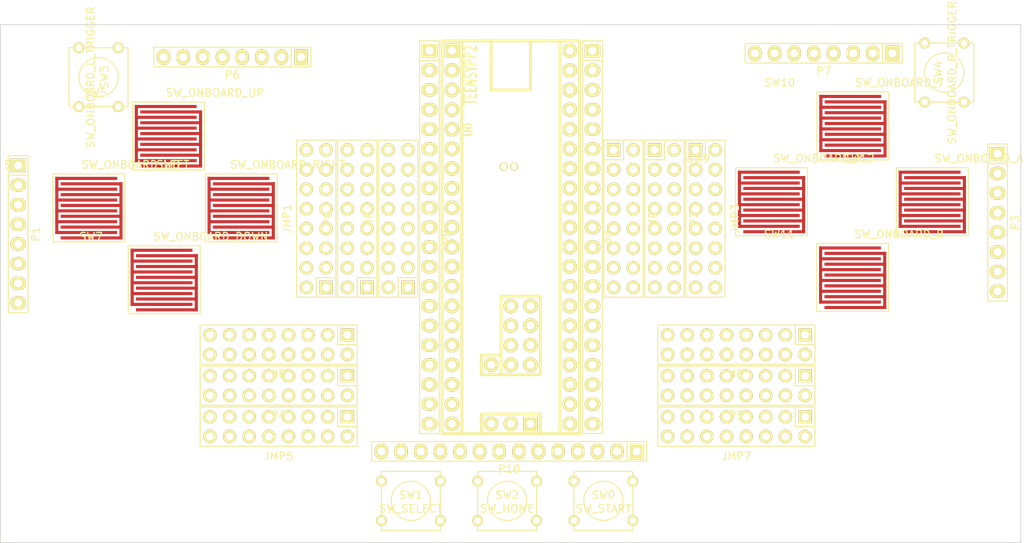
<source format=kicad_pcb>
(kicad_pcb (version 4) (host pcbnew "(2015-01-27 BZR 5390)-product")

  (general
    (links 250)
    (no_connects 250)
    (area 10.661476 12.949999 147.114715 80.050001)
    (thickness 1.6)
    (drawings 4)
    (tracks 0)
    (zones 0)
    (modules 33)
    (nets 119)
  )

  (page A4)
  (layers
    (0 F.Cu signal)
    (31 B.Cu signal)
    (32 B.Adhes user)
    (33 F.Adhes user)
    (34 B.Paste user)
    (35 F.Paste user)
    (36 B.SilkS user)
    (37 F.SilkS user)
    (38 B.Mask user)
    (39 F.Mask user)
    (40 Dwgs.User user)
    (41 Cmts.User user)
    (42 Eco1.User user)
    (43 Eco2.User user)
    (44 Edge.Cuts user)
    (45 Margin user)
    (46 B.CrtYd user)
    (47 F.CrtYd user)
    (48 B.Fab user)
    (49 F.Fab user)
  )

  (setup
    (last_trace_width 0.254)
    (trace_clearance 0.254)
    (zone_clearance 0.508)
    (zone_45_only no)
    (trace_min 0.254)
    (segment_width 0.2)
    (edge_width 0.1)
    (via_size 0.889)
    (via_drill 0.635)
    (via_min_size 0.889)
    (via_min_drill 0.508)
    (uvia_size 0.508)
    (uvia_drill 0.127)
    (uvias_allowed no)
    (uvia_min_size 0.508)
    (uvia_min_drill 0.127)
    (pcb_text_width 0.3)
    (pcb_text_size 1.5 1.5)
    (mod_edge_width 0.15)
    (mod_text_size 1 1)
    (mod_text_width 0.15)
    (pad_size 1.5 1.5)
    (pad_drill 0.6)
    (pad_to_mask_clearance 0)
    (aux_axis_origin 0 0)
    (visible_elements FFFFFF7F)
    (pcbplotparams
      (layerselection 0x00030_80000001)
      (usegerberextensions false)
      (excludeedgelayer true)
      (linewidth 0.100000)
      (plotframeref false)
      (viasonmask false)
      (mode 1)
      (useauxorigin false)
      (hpglpennumber 1)
      (hpglpenspeed 20)
      (hpglpendiameter 15)
      (hpglpenoverlay 2)
      (psnegative false)
      (psa4output false)
      (plotreference true)
      (plotvalue true)
      (plotinvisibletext false)
      (padsonsilk false)
      (subtractmaskfromsilk false)
      (outputformat 1)
      (mirror false)
      (drillshape 1)
      (scaleselection 1)
      (outputdirectory ""))
  )

  (net 0 "")
  (net 1 /VCC)
  (net 2 "Net-(JMP0-Pad2)")
  (net 3 /PF0)
  (net 4 "Net-(JMP0-Pad4)")
  (net 5 /PF1)
  (net 6 "Net-(JMP0-Pad6)")
  (net 7 /PF2)
  (net 8 "Net-(JMP0-Pad8)")
  (net 9 /PF3)
  (net 10 "Net-(JMP0-Pad10)")
  (net 11 /PD0)
  (net 12 "Net-(JMP0-Pad12)")
  (net 13 /PD1)
  (net 14 "Net-(JMP0-Pad14)")
  (net 15 /GND)
  (net 16 "Net-(JMP0-Pad16)")
  (net 17 "Net-(JMP1-Pad1)")
  (net 18 /PA0)
  (net 19 "Net-(JMP1-Pad3)")
  (net 20 /PA1)
  (net 21 "Net-(JMP1-Pad5)")
  (net 22 /PA2)
  (net 23 "Net-(JMP1-Pad7)")
  (net 24 /PA3)
  (net 25 "Net-(JMP1-Pad9)")
  (net 26 /PA4)
  (net 27 "Net-(JMP1-Pad11)")
  (net 28 /PA5)
  (net 29 "Net-(JMP1-Pad13)")
  (net 30 /PA6)
  (net 31 "Net-(JMP1-Pad15)")
  (net 32 /PA7)
  (net 33 "Net-(JMP2-Pad2)")
  (net 34 /PF4)
  (net 35 "Net-(JMP2-Pad4)")
  (net 36 /PF5)
  (net 37 "Net-(JMP2-Pad6)")
  (net 38 /PF6)
  (net 39 "Net-(JMP2-Pad8)")
  (net 40 /PF7)
  (net 41 "Net-(JMP2-Pad10)")
  (net 42 "Net-(JMP2-Pad12)")
  (net 43 "Net-(JMP2-Pad14)")
  (net 44 "Net-(JMP2-Pad16)")
  (net 45 "Net-(JMP3-Pad1)")
  (net 46 /PB0)
  (net 47 "Net-(JMP3-Pad3)")
  (net 48 /PB1)
  (net 49 "Net-(JMP3-Pad5)")
  (net 50 /PB2)
  (net 51 "Net-(JMP3-Pad7)")
  (net 52 /PB3)
  (net 53 "Net-(JMP3-Pad9)")
  (net 54 /PB4)
  (net 55 "Net-(JMP3-Pad11)")
  (net 56 /PB5)
  (net 57 "Net-(JMP3-Pad13)")
  (net 58 /PB6)
  (net 59 "Net-(JMP3-Pad15)")
  (net 60 /PB7)
  (net 61 "Net-(JMP4-Pad2)")
  (net 62 "Net-(JMP4-Pad4)")
  (net 63 "Net-(JMP4-Pad6)")
  (net 64 "Net-(JMP4-Pad8)")
  (net 65 "Net-(JMP4-Pad10)")
  (net 66 "Net-(JMP4-Pad12)")
  (net 67 "Net-(JMP4-Pad14)")
  (net 68 "Net-(JMP4-Pad16)")
  (net 69 "Net-(JMP5-Pad1)")
  (net 70 /PC0)
  (net 71 "Net-(JMP5-Pad3)")
  (net 72 /PC1)
  (net 73 "Net-(JMP5-Pad5)")
  (net 74 /PC2)
  (net 75 "Net-(JMP5-Pad7)")
  (net 76 /PC3)
  (net 77 "Net-(JMP5-Pad9)")
  (net 78 /PC4)
  (net 79 "Net-(JMP5-Pad11)")
  (net 80 /PC5)
  (net 81 "Net-(JMP5-Pad13)")
  (net 82 /PC6)
  (net 83 "Net-(JMP5-Pad15)")
  (net 84 /PC7)
  (net 85 "Net-(JMP6-Pad2)")
  (net 86 "Net-(JMP6-Pad4)")
  (net 87 "Net-(JMP6-Pad6)")
  (net 88 "Net-(JMP6-Pad8)")
  (net 89 "Net-(JMP6-Pad10)")
  (net 90 "Net-(JMP6-Pad12)")
  (net 91 "Net-(JMP6-Pad14)")
  (net 92 "Net-(JMP6-Pad16)")
  (net 93 "Net-(JMP7-Pad1)")
  (net 94 /PE0)
  (net 95 "Net-(JMP7-Pad3)")
  (net 96 /PE1)
  (net 97 "Net-(JMP7-Pad5)")
  (net 98 /ALE)
  (net 99 "Net-(JMP7-Pad7)")
  (net 100 /PE4)
  (net 101 "Net-(JMP7-Pad9)")
  (net 102 /PE5)
  (net 103 "Net-(JMP7-Pad11)")
  (net 104 /PE6)
  (net 105 "Net-(JMP7-Pad13)")
  (net 106 /PE7)
  (net 107 "Net-(JMP7-Pad15)")
  (net 108 /PD6)
  (net 109 /PD2)
  (net 110 /PD3)
  (net 111 /PD4)
  (net 112 /PD5)
  (net 113 /PD7)
  (net 114 /GND1)
  (net 115 /AREF)
  (net 116 /RST)
  (net 117 /GND2)
  (net 118 /VCC1)

  (net_class Default "Ceci est la Netclass par défaut"
    (clearance 0.254)
    (trace_width 0.254)
    (via_dia 0.889)
    (via_drill 0.635)
    (uvia_dia 0.508)
    (uvia_drill 0.127)
    (add_net /ALE)
    (add_net /AREF)
    (add_net /GND)
    (add_net /GND1)
    (add_net /GND2)
    (add_net /PA0)
    (add_net /PA1)
    (add_net /PA2)
    (add_net /PA3)
    (add_net /PA4)
    (add_net /PA5)
    (add_net /PA6)
    (add_net /PA7)
    (add_net /PB0)
    (add_net /PB1)
    (add_net /PB2)
    (add_net /PB3)
    (add_net /PB4)
    (add_net /PB5)
    (add_net /PB6)
    (add_net /PB7)
    (add_net /PC0)
    (add_net /PC1)
    (add_net /PC2)
    (add_net /PC3)
    (add_net /PC4)
    (add_net /PC5)
    (add_net /PC6)
    (add_net /PC7)
    (add_net /PD0)
    (add_net /PD1)
    (add_net /PD2)
    (add_net /PD3)
    (add_net /PD4)
    (add_net /PD5)
    (add_net /PD6)
    (add_net /PD7)
    (add_net /PE0)
    (add_net /PE1)
    (add_net /PE4)
    (add_net /PE5)
    (add_net /PE6)
    (add_net /PE7)
    (add_net /PF0)
    (add_net /PF1)
    (add_net /PF2)
    (add_net /PF3)
    (add_net /PF4)
    (add_net /PF5)
    (add_net /PF6)
    (add_net /PF7)
    (add_net /RST)
    (add_net /VCC)
    (add_net /VCC1)
    (add_net "Net-(JMP0-Pad10)")
    (add_net "Net-(JMP0-Pad12)")
    (add_net "Net-(JMP0-Pad14)")
    (add_net "Net-(JMP0-Pad16)")
    (add_net "Net-(JMP0-Pad2)")
    (add_net "Net-(JMP0-Pad4)")
    (add_net "Net-(JMP0-Pad6)")
    (add_net "Net-(JMP0-Pad8)")
    (add_net "Net-(JMP1-Pad1)")
    (add_net "Net-(JMP1-Pad11)")
    (add_net "Net-(JMP1-Pad13)")
    (add_net "Net-(JMP1-Pad15)")
    (add_net "Net-(JMP1-Pad3)")
    (add_net "Net-(JMP1-Pad5)")
    (add_net "Net-(JMP1-Pad7)")
    (add_net "Net-(JMP1-Pad9)")
    (add_net "Net-(JMP2-Pad10)")
    (add_net "Net-(JMP2-Pad12)")
    (add_net "Net-(JMP2-Pad14)")
    (add_net "Net-(JMP2-Pad16)")
    (add_net "Net-(JMP2-Pad2)")
    (add_net "Net-(JMP2-Pad4)")
    (add_net "Net-(JMP2-Pad6)")
    (add_net "Net-(JMP2-Pad8)")
    (add_net "Net-(JMP3-Pad1)")
    (add_net "Net-(JMP3-Pad11)")
    (add_net "Net-(JMP3-Pad13)")
    (add_net "Net-(JMP3-Pad15)")
    (add_net "Net-(JMP3-Pad3)")
    (add_net "Net-(JMP3-Pad5)")
    (add_net "Net-(JMP3-Pad7)")
    (add_net "Net-(JMP3-Pad9)")
    (add_net "Net-(JMP4-Pad10)")
    (add_net "Net-(JMP4-Pad12)")
    (add_net "Net-(JMP4-Pad14)")
    (add_net "Net-(JMP4-Pad16)")
    (add_net "Net-(JMP4-Pad2)")
    (add_net "Net-(JMP4-Pad4)")
    (add_net "Net-(JMP4-Pad6)")
    (add_net "Net-(JMP4-Pad8)")
    (add_net "Net-(JMP5-Pad1)")
    (add_net "Net-(JMP5-Pad11)")
    (add_net "Net-(JMP5-Pad13)")
    (add_net "Net-(JMP5-Pad15)")
    (add_net "Net-(JMP5-Pad3)")
    (add_net "Net-(JMP5-Pad5)")
    (add_net "Net-(JMP5-Pad7)")
    (add_net "Net-(JMP5-Pad9)")
    (add_net "Net-(JMP6-Pad10)")
    (add_net "Net-(JMP6-Pad12)")
    (add_net "Net-(JMP6-Pad14)")
    (add_net "Net-(JMP6-Pad16)")
    (add_net "Net-(JMP6-Pad2)")
    (add_net "Net-(JMP6-Pad4)")
    (add_net "Net-(JMP6-Pad6)")
    (add_net "Net-(JMP6-Pad8)")
    (add_net "Net-(JMP7-Pad1)")
    (add_net "Net-(JMP7-Pad11)")
    (add_net "Net-(JMP7-Pad13)")
    (add_net "Net-(JMP7-Pad15)")
    (add_net "Net-(JMP7-Pad3)")
    (add_net "Net-(JMP7-Pad5)")
    (add_net "Net-(JMP7-Pad7)")
    (add_net "Net-(JMP7-Pad9)")
  )

  (module Pin_Headers:Pin_Header_Straight_2x08 (layer F.Cu) (tedit 54C90842) (tstamp 54C92426)
    (at 64.458468 38.1 90)
    (descr "Through hole pin header")
    (tags "pin header")
    (path /54C4BFED)
    (fp_text reference JMP0 (at 0 -3.81 90) (layer F.SilkS)
      (effects (font (size 1 1) (thickness 0.15)))
    )
    (fp_text value JUMPERS_8X2 (at 0 0 90) (layer F.SilkS) hide
      (effects (font (size 1 1) (thickness 0.15)))
    )
    (fp_line (start 10.16 -2.54) (end -10.16 -2.54) (layer F.SilkS) (width 0.15))
    (fp_line (start -7.62 2.54) (end 10.16 2.54) (layer F.SilkS) (width 0.15))
    (fp_line (start 10.16 -2.54) (end 10.16 2.54) (layer F.SilkS) (width 0.15))
    (fp_line (start -10.16 -2.54) (end -10.16 0) (layer F.SilkS) (width 0.15))
    (fp_line (start -10.16 2.54) (end -7.62 2.54) (layer F.SilkS) (width 0.15))
    (fp_line (start -10.16 0) (end -7.62 0) (layer F.SilkS) (width 0.15))
    (fp_line (start -7.62 0) (end -7.62 2.54) (layer F.SilkS) (width 0.15))
    (fp_line (start -10.16 2.54) (end -10.16 0) (layer F.SilkS) (width 0.15))
    (pad 1 thru_hole rect (at -8.89 1.27 90) (size 1.7272 1.7272) (drill 1.016) (layers *.Cu *.Mask F.SilkS)
      (net 1 /VCC))
    (pad 2 thru_hole oval (at -8.89 -1.27 90) (size 1.7272 1.7272) (drill 1.016) (layers *.Cu *.Mask F.SilkS)
      (net 2 "Net-(JMP0-Pad2)"))
    (pad 3 thru_hole oval (at -6.35 1.27 90) (size 1.7272 1.7272) (drill 1.016) (layers *.Cu *.Mask F.SilkS)
      (net 3 /PF0))
    (pad 4 thru_hole oval (at -6.35 -1.27 90) (size 1.7272 1.7272) (drill 1.016) (layers *.Cu *.Mask F.SilkS)
      (net 4 "Net-(JMP0-Pad4)"))
    (pad 5 thru_hole oval (at -3.81 1.27 90) (size 1.7272 1.7272) (drill 1.016) (layers *.Cu *.Mask F.SilkS)
      (net 5 /PF1))
    (pad 6 thru_hole oval (at -3.81 -1.27 90) (size 1.7272 1.7272) (drill 1.016) (layers *.Cu *.Mask F.SilkS)
      (net 6 "Net-(JMP0-Pad6)"))
    (pad 7 thru_hole oval (at -1.27 1.27 90) (size 1.7272 1.7272) (drill 1.016) (layers *.Cu *.Mask F.SilkS)
      (net 7 /PF2))
    (pad 8 thru_hole oval (at -1.27 -1.27 90) (size 1.7272 1.7272) (drill 1.016) (layers *.Cu *.Mask F.SilkS)
      (net 8 "Net-(JMP0-Pad8)"))
    (pad 9 thru_hole oval (at 1.27 1.27 90) (size 1.7272 1.7272) (drill 1.016) (layers *.Cu *.Mask F.SilkS)
      (net 9 /PF3))
    (pad 10 thru_hole oval (at 1.27 -1.27 90) (size 1.7272 1.7272) (drill 1.016) (layers *.Cu *.Mask F.SilkS)
      (net 10 "Net-(JMP0-Pad10)"))
    (pad 11 thru_hole oval (at 3.81 1.27 90) (size 1.7272 1.7272) (drill 1.016) (layers *.Cu *.Mask F.SilkS)
      (net 11 /PD0))
    (pad 12 thru_hole oval (at 3.81 -1.27 90) (size 1.7272 1.7272) (drill 1.016) (layers *.Cu *.Mask F.SilkS)
      (net 12 "Net-(JMP0-Pad12)"))
    (pad 13 thru_hole oval (at 6.35 1.27 90) (size 1.7272 1.7272) (drill 1.016) (layers *.Cu *.Mask F.SilkS)
      (net 13 /PD1))
    (pad 14 thru_hole oval (at 6.35 -1.27 90) (size 1.7272 1.7272) (drill 1.016) (layers *.Cu *.Mask F.SilkS)
      (net 14 "Net-(JMP0-Pad14)"))
    (pad 15 thru_hole oval (at 8.89 1.27 90) (size 1.7272 1.7272) (drill 1.016) (layers *.Cu *.Mask F.SilkS)
      (net 15 /GND))
    (pad 16 thru_hole oval (at 8.89 -1.27 90) (size 1.7272 1.7272) (drill 1.016) (layers *.Cu *.Mask F.SilkS)
      (net 16 "Net-(JMP0-Pad16)"))
    (model Pin_Headers/Pin_Header_Straight_2x08.wrl
      (at (xyz 0 0 0))
      (scale (xyz 1 1 1))
      (rotate (xyz 0 0 0))
    )
  )

  (module Pin_Headers:Pin_Header_Straight_2x08 (layer F.Cu) (tedit 54C90842) (tstamp 54C929CE)
    (at 53.858468 38.1 90)
    (descr "Through hole pin header")
    (tags "pin header")
    (path /54C4C308)
    (fp_text reference JMP1 (at 0 -3.81 90) (layer F.SilkS)
      (effects (font (size 1 1) (thickness 0.15)))
    )
    (fp_text value JUMPERS_8X2 (at 0 0 90) (layer F.SilkS) hide
      (effects (font (size 1 1) (thickness 0.15)))
    )
    (fp_line (start 10.16 -2.54) (end -10.16 -2.54) (layer F.SilkS) (width 0.15))
    (fp_line (start -7.62 2.54) (end 10.16 2.54) (layer F.SilkS) (width 0.15))
    (fp_line (start 10.16 -2.54) (end 10.16 2.54) (layer F.SilkS) (width 0.15))
    (fp_line (start -10.16 -2.54) (end -10.16 0) (layer F.SilkS) (width 0.15))
    (fp_line (start -10.16 2.54) (end -7.62 2.54) (layer F.SilkS) (width 0.15))
    (fp_line (start -10.16 0) (end -7.62 0) (layer F.SilkS) (width 0.15))
    (fp_line (start -7.62 0) (end -7.62 2.54) (layer F.SilkS) (width 0.15))
    (fp_line (start -10.16 2.54) (end -10.16 0) (layer F.SilkS) (width 0.15))
    (pad 1 thru_hole rect (at -8.89 1.27 90) (size 1.7272 1.7272) (drill 1.016) (layers *.Cu *.Mask F.SilkS)
      (net 17 "Net-(JMP1-Pad1)"))
    (pad 2 thru_hole oval (at -8.89 -1.27 90) (size 1.7272 1.7272) (drill 1.016) (layers *.Cu *.Mask F.SilkS)
      (net 18 /PA0))
    (pad 3 thru_hole oval (at -6.35 1.27 90) (size 1.7272 1.7272) (drill 1.016) (layers *.Cu *.Mask F.SilkS)
      (net 19 "Net-(JMP1-Pad3)"))
    (pad 4 thru_hole oval (at -6.35 -1.27 90) (size 1.7272 1.7272) (drill 1.016) (layers *.Cu *.Mask F.SilkS)
      (net 20 /PA1))
    (pad 5 thru_hole oval (at -3.81 1.27 90) (size 1.7272 1.7272) (drill 1.016) (layers *.Cu *.Mask F.SilkS)
      (net 21 "Net-(JMP1-Pad5)"))
    (pad 6 thru_hole oval (at -3.81 -1.27 90) (size 1.7272 1.7272) (drill 1.016) (layers *.Cu *.Mask F.SilkS)
      (net 22 /PA2))
    (pad 7 thru_hole oval (at -1.27 1.27 90) (size 1.7272 1.7272) (drill 1.016) (layers *.Cu *.Mask F.SilkS)
      (net 23 "Net-(JMP1-Pad7)"))
    (pad 8 thru_hole oval (at -1.27 -1.27 90) (size 1.7272 1.7272) (drill 1.016) (layers *.Cu *.Mask F.SilkS)
      (net 24 /PA3))
    (pad 9 thru_hole oval (at 1.27 1.27 90) (size 1.7272 1.7272) (drill 1.016) (layers *.Cu *.Mask F.SilkS)
      (net 25 "Net-(JMP1-Pad9)"))
    (pad 10 thru_hole oval (at 1.27 -1.27 90) (size 1.7272 1.7272) (drill 1.016) (layers *.Cu *.Mask F.SilkS)
      (net 26 /PA4))
    (pad 11 thru_hole oval (at 3.81 1.27 90) (size 1.7272 1.7272) (drill 1.016) (layers *.Cu *.Mask F.SilkS)
      (net 27 "Net-(JMP1-Pad11)"))
    (pad 12 thru_hole oval (at 3.81 -1.27 90) (size 1.7272 1.7272) (drill 1.016) (layers *.Cu *.Mask F.SilkS)
      (net 28 /PA5))
    (pad 13 thru_hole oval (at 6.35 1.27 90) (size 1.7272 1.7272) (drill 1.016) (layers *.Cu *.Mask F.SilkS)
      (net 29 "Net-(JMP1-Pad13)"))
    (pad 14 thru_hole oval (at 6.35 -1.27 90) (size 1.7272 1.7272) (drill 1.016) (layers *.Cu *.Mask F.SilkS)
      (net 30 /PA6))
    (pad 15 thru_hole oval (at 8.89 1.27 90) (size 1.7272 1.7272) (drill 1.016) (layers *.Cu *.Mask F.SilkS)
      (net 31 "Net-(JMP1-Pad15)"))
    (pad 16 thru_hole oval (at 8.89 -1.27 90) (size 1.7272 1.7272) (drill 1.016) (layers *.Cu *.Mask F.SilkS)
      (net 32 /PA7))
    (model Pin_Headers/Pin_Header_Straight_2x08.wrl
      (at (xyz 0 0 0))
      (scale (xyz 1 1 1))
      (rotate (xyz 0 0 0))
    )
  )

  (module Pin_Headers:Pin_Header_Straight_2x08 (layer F.Cu) (tedit 54C90842) (tstamp 54C92547)
    (at 93.6 38.1 270)
    (descr "Through hole pin header")
    (tags "pin header")
    (path /54C4C981)
    (fp_text reference JMP2 (at 0 -3.81 270) (layer F.SilkS)
      (effects (font (size 1 1) (thickness 0.15)))
    )
    (fp_text value TOP_RIGHT_8X2 (at 0 0 270) (layer F.SilkS) hide
      (effects (font (size 1 1) (thickness 0.15)))
    )
    (fp_line (start 10.16 -2.54) (end -10.16 -2.54) (layer F.SilkS) (width 0.15))
    (fp_line (start -7.62 2.54) (end 10.16 2.54) (layer F.SilkS) (width 0.15))
    (fp_line (start 10.16 -2.54) (end 10.16 2.54) (layer F.SilkS) (width 0.15))
    (fp_line (start -10.16 -2.54) (end -10.16 0) (layer F.SilkS) (width 0.15))
    (fp_line (start -10.16 2.54) (end -7.62 2.54) (layer F.SilkS) (width 0.15))
    (fp_line (start -10.16 0) (end -7.62 0) (layer F.SilkS) (width 0.15))
    (fp_line (start -7.62 0) (end -7.62 2.54) (layer F.SilkS) (width 0.15))
    (fp_line (start -10.16 2.54) (end -10.16 0) (layer F.SilkS) (width 0.15))
    (pad 1 thru_hole rect (at -8.89 1.27 270) (size 1.7272 1.7272) (drill 1.016) (layers *.Cu *.Mask F.SilkS)
      (net 1 /VCC))
    (pad 2 thru_hole oval (at -8.89 -1.27 270) (size 1.7272 1.7272) (drill 1.016) (layers *.Cu *.Mask F.SilkS)
      (net 33 "Net-(JMP2-Pad2)"))
    (pad 3 thru_hole oval (at -6.35 1.27 270) (size 1.7272 1.7272) (drill 1.016) (layers *.Cu *.Mask F.SilkS)
      (net 34 /PF4))
    (pad 4 thru_hole oval (at -6.35 -1.27 270) (size 1.7272 1.7272) (drill 1.016) (layers *.Cu *.Mask F.SilkS)
      (net 35 "Net-(JMP2-Pad4)"))
    (pad 5 thru_hole oval (at -3.81 1.27 270) (size 1.7272 1.7272) (drill 1.016) (layers *.Cu *.Mask F.SilkS)
      (net 36 /PF5))
    (pad 6 thru_hole oval (at -3.81 -1.27 270) (size 1.7272 1.7272) (drill 1.016) (layers *.Cu *.Mask F.SilkS)
      (net 37 "Net-(JMP2-Pad6)"))
    (pad 7 thru_hole oval (at -1.27 1.27 270) (size 1.7272 1.7272) (drill 1.016) (layers *.Cu *.Mask F.SilkS)
      (net 38 /PF6))
    (pad 8 thru_hole oval (at -1.27 -1.27 270) (size 1.7272 1.7272) (drill 1.016) (layers *.Cu *.Mask F.SilkS)
      (net 39 "Net-(JMP2-Pad8)"))
    (pad 9 thru_hole oval (at 1.27 1.27 270) (size 1.7272 1.7272) (drill 1.016) (layers *.Cu *.Mask F.SilkS)
      (net 40 /PF7))
    (pad 10 thru_hole oval (at 1.27 -1.27 270) (size 1.7272 1.7272) (drill 1.016) (layers *.Cu *.Mask F.SilkS)
      (net 41 "Net-(JMP2-Pad10)"))
    (pad 11 thru_hole oval (at 3.81 1.27 270) (size 1.7272 1.7272) (drill 1.016) (layers *.Cu *.Mask F.SilkS)
      (net 11 /PD0))
    (pad 12 thru_hole oval (at 3.81 -1.27 270) (size 1.7272 1.7272) (drill 1.016) (layers *.Cu *.Mask F.SilkS)
      (net 42 "Net-(JMP2-Pad12)"))
    (pad 13 thru_hole oval (at 6.35 1.27 270) (size 1.7272 1.7272) (drill 1.016) (layers *.Cu *.Mask F.SilkS)
      (net 13 /PD1))
    (pad 14 thru_hole oval (at 6.35 -1.27 270) (size 1.7272 1.7272) (drill 1.016) (layers *.Cu *.Mask F.SilkS)
      (net 43 "Net-(JMP2-Pad14)"))
    (pad 15 thru_hole oval (at 8.89 1.27 270) (size 1.7272 1.7272) (drill 1.016) (layers *.Cu *.Mask F.SilkS)
      (net 15 /GND))
    (pad 16 thru_hole oval (at 8.89 -1.27 270) (size 1.7272 1.7272) (drill 1.016) (layers *.Cu *.Mask F.SilkS)
      (net 44 "Net-(JMP2-Pad16)"))
    (model Pin_Headers/Pin_Header_Straight_2x08.wrl
      (at (xyz 0 0 0))
      (scale (xyz 1 1 1))
      (rotate (xyz 0 0 0))
    )
  )

  (module Pin_Headers:Pin_Header_Straight_2x08 (layer F.Cu) (tedit 54C90842) (tstamp 54C925D8)
    (at 104.2 38.1 270)
    (descr "Through hole pin header")
    (tags "pin header")
    (path /54C4C989)
    (fp_text reference JMP3 (at 0 -3.81 270) (layer F.SilkS)
      (effects (font (size 1 1) (thickness 0.15)))
    )
    (fp_text value TOP_RIGHT_8X2 (at 0 0 270) (layer F.SilkS) hide
      (effects (font (size 1 1) (thickness 0.15)))
    )
    (fp_line (start 10.16 -2.54) (end -10.16 -2.54) (layer F.SilkS) (width 0.15))
    (fp_line (start -7.62 2.54) (end 10.16 2.54) (layer F.SilkS) (width 0.15))
    (fp_line (start 10.16 -2.54) (end 10.16 2.54) (layer F.SilkS) (width 0.15))
    (fp_line (start -10.16 -2.54) (end -10.16 0) (layer F.SilkS) (width 0.15))
    (fp_line (start -10.16 2.54) (end -7.62 2.54) (layer F.SilkS) (width 0.15))
    (fp_line (start -10.16 0) (end -7.62 0) (layer F.SilkS) (width 0.15))
    (fp_line (start -7.62 0) (end -7.62 2.54) (layer F.SilkS) (width 0.15))
    (fp_line (start -10.16 2.54) (end -10.16 0) (layer F.SilkS) (width 0.15))
    (pad 1 thru_hole rect (at -8.89 1.27 270) (size 1.7272 1.7272) (drill 1.016) (layers *.Cu *.Mask F.SilkS)
      (net 45 "Net-(JMP3-Pad1)"))
    (pad 2 thru_hole oval (at -8.89 -1.27 270) (size 1.7272 1.7272) (drill 1.016) (layers *.Cu *.Mask F.SilkS)
      (net 46 /PB0))
    (pad 3 thru_hole oval (at -6.35 1.27 270) (size 1.7272 1.7272) (drill 1.016) (layers *.Cu *.Mask F.SilkS)
      (net 47 "Net-(JMP3-Pad3)"))
    (pad 4 thru_hole oval (at -6.35 -1.27 270) (size 1.7272 1.7272) (drill 1.016) (layers *.Cu *.Mask F.SilkS)
      (net 48 /PB1))
    (pad 5 thru_hole oval (at -3.81 1.27 270) (size 1.7272 1.7272) (drill 1.016) (layers *.Cu *.Mask F.SilkS)
      (net 49 "Net-(JMP3-Pad5)"))
    (pad 6 thru_hole oval (at -3.81 -1.27 270) (size 1.7272 1.7272) (drill 1.016) (layers *.Cu *.Mask F.SilkS)
      (net 50 /PB2))
    (pad 7 thru_hole oval (at -1.27 1.27 270) (size 1.7272 1.7272) (drill 1.016) (layers *.Cu *.Mask F.SilkS)
      (net 51 "Net-(JMP3-Pad7)"))
    (pad 8 thru_hole oval (at -1.27 -1.27 270) (size 1.7272 1.7272) (drill 1.016) (layers *.Cu *.Mask F.SilkS)
      (net 52 /PB3))
    (pad 9 thru_hole oval (at 1.27 1.27 270) (size 1.7272 1.7272) (drill 1.016) (layers *.Cu *.Mask F.SilkS)
      (net 53 "Net-(JMP3-Pad9)"))
    (pad 10 thru_hole oval (at 1.27 -1.27 270) (size 1.7272 1.7272) (drill 1.016) (layers *.Cu *.Mask F.SilkS)
      (net 54 /PB4))
    (pad 11 thru_hole oval (at 3.81 1.27 270) (size 1.7272 1.7272) (drill 1.016) (layers *.Cu *.Mask F.SilkS)
      (net 55 "Net-(JMP3-Pad11)"))
    (pad 12 thru_hole oval (at 3.81 -1.27 270) (size 1.7272 1.7272) (drill 1.016) (layers *.Cu *.Mask F.SilkS)
      (net 56 /PB5))
    (pad 13 thru_hole oval (at 6.35 1.27 270) (size 1.7272 1.7272) (drill 1.016) (layers *.Cu *.Mask F.SilkS)
      (net 57 "Net-(JMP3-Pad13)"))
    (pad 14 thru_hole oval (at 6.35 -1.27 270) (size 1.7272 1.7272) (drill 1.016) (layers *.Cu *.Mask F.SilkS)
      (net 58 /PB6))
    (pad 15 thru_hole oval (at 8.89 1.27 270) (size 1.7272 1.7272) (drill 1.016) (layers *.Cu *.Mask F.SilkS)
      (net 59 "Net-(JMP3-Pad15)"))
    (pad 16 thru_hole oval (at 8.89 -1.27 270) (size 1.7272 1.7272) (drill 1.016) (layers *.Cu *.Mask F.SilkS)
      (net 60 /PB7))
    (model Pin_Headers/Pin_Header_Straight_2x08.wrl
      (at (xyz 0 0 0))
      (scale (xyz 1 1 1))
      (rotate (xyz 0 0 0))
    )
  )

  (module Pin_Headers:Pin_Header_Straight_2x08 (layer F.Cu) (tedit 54C90842) (tstamp 54C93208)
    (at 49 54.4 180)
    (descr "Through hole pin header")
    (tags "pin header")
    (path /54C4C7C8)
    (fp_text reference JMP4 (at 0 -3.81 180) (layer F.SilkS)
      (effects (font (size 1 1) (thickness 0.15)))
    )
    (fp_text value JUMPERS_8X2 (at 0 0 180) (layer F.SilkS) hide
      (effects (font (size 1 1) (thickness 0.15)))
    )
    (fp_line (start 10.16 -2.54) (end -10.16 -2.54) (layer F.SilkS) (width 0.15))
    (fp_line (start -7.62 2.54) (end 10.16 2.54) (layer F.SilkS) (width 0.15))
    (fp_line (start 10.16 -2.54) (end 10.16 2.54) (layer F.SilkS) (width 0.15))
    (fp_line (start -10.16 -2.54) (end -10.16 0) (layer F.SilkS) (width 0.15))
    (fp_line (start -10.16 2.54) (end -7.62 2.54) (layer F.SilkS) (width 0.15))
    (fp_line (start -10.16 0) (end -7.62 0) (layer F.SilkS) (width 0.15))
    (fp_line (start -7.62 0) (end -7.62 2.54) (layer F.SilkS) (width 0.15))
    (fp_line (start -10.16 2.54) (end -10.16 0) (layer F.SilkS) (width 0.15))
    (pad 1 thru_hole rect (at -8.89 1.27 180) (size 1.7272 1.7272) (drill 1.016) (layers *.Cu *.Mask F.SilkS)
      (net 1 /VCC))
    (pad 2 thru_hole oval (at -8.89 -1.27 180) (size 1.7272 1.7272) (drill 1.016) (layers *.Cu *.Mask F.SilkS)
      (net 61 "Net-(JMP4-Pad2)"))
    (pad 3 thru_hole oval (at -6.35 1.27 180) (size 1.7272 1.7272) (drill 1.016) (layers *.Cu *.Mask F.SilkS)
      (net 7 /PF2))
    (pad 4 thru_hole oval (at -6.35 -1.27 180) (size 1.7272 1.7272) (drill 1.016) (layers *.Cu *.Mask F.SilkS)
      (net 62 "Net-(JMP4-Pad4)"))
    (pad 5 thru_hole oval (at -3.81 1.27 180) (size 1.7272 1.7272) (drill 1.016) (layers *.Cu *.Mask F.SilkS)
      (net 9 /PF3))
    (pad 6 thru_hole oval (at -3.81 -1.27 180) (size 1.7272 1.7272) (drill 1.016) (layers *.Cu *.Mask F.SilkS)
      (net 63 "Net-(JMP4-Pad6)"))
    (pad 7 thru_hole oval (at -1.27 1.27 180) (size 1.7272 1.7272) (drill 1.016) (layers *.Cu *.Mask F.SilkS)
      (net 3 /PF0))
    (pad 8 thru_hole oval (at -1.27 -1.27 180) (size 1.7272 1.7272) (drill 1.016) (layers *.Cu *.Mask F.SilkS)
      (net 64 "Net-(JMP4-Pad8)"))
    (pad 9 thru_hole oval (at 1.27 1.27 180) (size 1.7272 1.7272) (drill 1.016) (layers *.Cu *.Mask F.SilkS)
      (net 5 /PF1))
    (pad 10 thru_hole oval (at 1.27 -1.27 180) (size 1.7272 1.7272) (drill 1.016) (layers *.Cu *.Mask F.SilkS)
      (net 65 "Net-(JMP4-Pad10)"))
    (pad 11 thru_hole oval (at 3.81 1.27 180) (size 1.7272 1.7272) (drill 1.016) (layers *.Cu *.Mask F.SilkS)
      (net 11 /PD0))
    (pad 12 thru_hole oval (at 3.81 -1.27 180) (size 1.7272 1.7272) (drill 1.016) (layers *.Cu *.Mask F.SilkS)
      (net 66 "Net-(JMP4-Pad12)"))
    (pad 13 thru_hole oval (at 6.35 1.27 180) (size 1.7272 1.7272) (drill 1.016) (layers *.Cu *.Mask F.SilkS)
      (net 13 /PD1))
    (pad 14 thru_hole oval (at 6.35 -1.27 180) (size 1.7272 1.7272) (drill 1.016) (layers *.Cu *.Mask F.SilkS)
      (net 67 "Net-(JMP4-Pad14)"))
    (pad 15 thru_hole oval (at 8.89 1.27 180) (size 1.7272 1.7272) (drill 1.016) (layers *.Cu *.Mask F.SilkS)
      (net 15 /GND))
    (pad 16 thru_hole oval (at 8.89 -1.27 180) (size 1.7272 1.7272) (drill 1.016) (layers *.Cu *.Mask F.SilkS)
      (net 68 "Net-(JMP4-Pad16)"))
    (model Pin_Headers/Pin_Header_Straight_2x08.wrl
      (at (xyz 0 0 0))
      (scale (xyz 1 1 1))
      (rotate (xyz 0 0 0))
    )
  )

  (module Pin_Headers:Pin_Header_Straight_2x08 (layer F.Cu) (tedit 54C90842) (tstamp 54C924F6)
    (at 49 65 180)
    (descr "Through hole pin header")
    (tags "pin header")
    (path /54C4C7D0)
    (fp_text reference JMP5 (at 0 -3.81 180) (layer F.SilkS)
      (effects (font (size 1 1) (thickness 0.15)))
    )
    (fp_text value JUMPERS_8X2 (at 0 0 180) (layer F.SilkS) hide
      (effects (font (size 1 1) (thickness 0.15)))
    )
    (fp_line (start 10.16 -2.54) (end -10.16 -2.54) (layer F.SilkS) (width 0.15))
    (fp_line (start -7.62 2.54) (end 10.16 2.54) (layer F.SilkS) (width 0.15))
    (fp_line (start 10.16 -2.54) (end 10.16 2.54) (layer F.SilkS) (width 0.15))
    (fp_line (start -10.16 -2.54) (end -10.16 0) (layer F.SilkS) (width 0.15))
    (fp_line (start -10.16 2.54) (end -7.62 2.54) (layer F.SilkS) (width 0.15))
    (fp_line (start -10.16 0) (end -7.62 0) (layer F.SilkS) (width 0.15))
    (fp_line (start -7.62 0) (end -7.62 2.54) (layer F.SilkS) (width 0.15))
    (fp_line (start -10.16 2.54) (end -10.16 0) (layer F.SilkS) (width 0.15))
    (pad 1 thru_hole rect (at -8.89 1.27 180) (size 1.7272 1.7272) (drill 1.016) (layers *.Cu *.Mask F.SilkS)
      (net 69 "Net-(JMP5-Pad1)"))
    (pad 2 thru_hole oval (at -8.89 -1.27 180) (size 1.7272 1.7272) (drill 1.016) (layers *.Cu *.Mask F.SilkS)
      (net 70 /PC0))
    (pad 3 thru_hole oval (at -6.35 1.27 180) (size 1.7272 1.7272) (drill 1.016) (layers *.Cu *.Mask F.SilkS)
      (net 71 "Net-(JMP5-Pad3)"))
    (pad 4 thru_hole oval (at -6.35 -1.27 180) (size 1.7272 1.7272) (drill 1.016) (layers *.Cu *.Mask F.SilkS)
      (net 72 /PC1))
    (pad 5 thru_hole oval (at -3.81 1.27 180) (size 1.7272 1.7272) (drill 1.016) (layers *.Cu *.Mask F.SilkS)
      (net 73 "Net-(JMP5-Pad5)"))
    (pad 6 thru_hole oval (at -3.81 -1.27 180) (size 1.7272 1.7272) (drill 1.016) (layers *.Cu *.Mask F.SilkS)
      (net 74 /PC2))
    (pad 7 thru_hole oval (at -1.27 1.27 180) (size 1.7272 1.7272) (drill 1.016) (layers *.Cu *.Mask F.SilkS)
      (net 75 "Net-(JMP5-Pad7)"))
    (pad 8 thru_hole oval (at -1.27 -1.27 180) (size 1.7272 1.7272) (drill 1.016) (layers *.Cu *.Mask F.SilkS)
      (net 76 /PC3))
    (pad 9 thru_hole oval (at 1.27 1.27 180) (size 1.7272 1.7272) (drill 1.016) (layers *.Cu *.Mask F.SilkS)
      (net 77 "Net-(JMP5-Pad9)"))
    (pad 10 thru_hole oval (at 1.27 -1.27 180) (size 1.7272 1.7272) (drill 1.016) (layers *.Cu *.Mask F.SilkS)
      (net 78 /PC4))
    (pad 11 thru_hole oval (at 3.81 1.27 180) (size 1.7272 1.7272) (drill 1.016) (layers *.Cu *.Mask F.SilkS)
      (net 79 "Net-(JMP5-Pad11)"))
    (pad 12 thru_hole oval (at 3.81 -1.27 180) (size 1.7272 1.7272) (drill 1.016) (layers *.Cu *.Mask F.SilkS)
      (net 80 /PC5))
    (pad 13 thru_hole oval (at 6.35 1.27 180) (size 1.7272 1.7272) (drill 1.016) (layers *.Cu *.Mask F.SilkS)
      (net 81 "Net-(JMP5-Pad13)"))
    (pad 14 thru_hole oval (at 6.35 -1.27 180) (size 1.7272 1.7272) (drill 1.016) (layers *.Cu *.Mask F.SilkS)
      (net 82 /PC6))
    (pad 15 thru_hole oval (at 8.89 1.27 180) (size 1.7272 1.7272) (drill 1.016) (layers *.Cu *.Mask F.SilkS)
      (net 83 "Net-(JMP5-Pad15)"))
    (pad 16 thru_hole oval (at 8.89 -1.27 180) (size 1.7272 1.7272) (drill 1.016) (layers *.Cu *.Mask F.SilkS)
      (net 84 /PC7))
    (model Pin_Headers/Pin_Header_Straight_2x08.wrl
      (at (xyz 0 0 0))
      (scale (xyz 1 1 1))
      (rotate (xyz 0 0 0))
    )
  )

  (module Pin_Headers:Pin_Header_Straight_2x08 (layer F.Cu) (tedit 54C90842) (tstamp 54C9319D)
    (at 108.2 54.4 180)
    (descr "Through hole pin header")
    (tags "pin header")
    (path /54C4C99B)
    (fp_text reference JMP6 (at 0 -3.81 180) (layer F.SilkS)
      (effects (font (size 1 1) (thickness 0.15)))
    )
    (fp_text value BOTTOM_RIGHT_8X2 (at 0 0 180) (layer F.SilkS) hide
      (effects (font (size 1 1) (thickness 0.15)))
    )
    (fp_line (start 10.16 -2.54) (end -10.16 -2.54) (layer F.SilkS) (width 0.15))
    (fp_line (start -7.62 2.54) (end 10.16 2.54) (layer F.SilkS) (width 0.15))
    (fp_line (start 10.16 -2.54) (end 10.16 2.54) (layer F.SilkS) (width 0.15))
    (fp_line (start -10.16 -2.54) (end -10.16 0) (layer F.SilkS) (width 0.15))
    (fp_line (start -10.16 2.54) (end -7.62 2.54) (layer F.SilkS) (width 0.15))
    (fp_line (start -10.16 0) (end -7.62 0) (layer F.SilkS) (width 0.15))
    (fp_line (start -7.62 0) (end -7.62 2.54) (layer F.SilkS) (width 0.15))
    (fp_line (start -10.16 2.54) (end -10.16 0) (layer F.SilkS) (width 0.15))
    (pad 1 thru_hole rect (at -8.89 1.27 180) (size 1.7272 1.7272) (drill 1.016) (layers *.Cu *.Mask F.SilkS)
      (net 1 /VCC))
    (pad 2 thru_hole oval (at -8.89 -1.27 180) (size 1.7272 1.7272) (drill 1.016) (layers *.Cu *.Mask F.SilkS)
      (net 85 "Net-(JMP6-Pad2)"))
    (pad 3 thru_hole oval (at -6.35 1.27 180) (size 1.7272 1.7272) (drill 1.016) (layers *.Cu *.Mask F.SilkS)
      (net 38 /PF6))
    (pad 4 thru_hole oval (at -6.35 -1.27 180) (size 1.7272 1.7272) (drill 1.016) (layers *.Cu *.Mask F.SilkS)
      (net 86 "Net-(JMP6-Pad4)"))
    (pad 5 thru_hole oval (at -3.81 1.27 180) (size 1.7272 1.7272) (drill 1.016) (layers *.Cu *.Mask F.SilkS)
      (net 40 /PF7))
    (pad 6 thru_hole oval (at -3.81 -1.27 180) (size 1.7272 1.7272) (drill 1.016) (layers *.Cu *.Mask F.SilkS)
      (net 87 "Net-(JMP6-Pad6)"))
    (pad 7 thru_hole oval (at -1.27 1.27 180) (size 1.7272 1.7272) (drill 1.016) (layers *.Cu *.Mask F.SilkS)
      (net 34 /PF4))
    (pad 8 thru_hole oval (at -1.27 -1.27 180) (size 1.7272 1.7272) (drill 1.016) (layers *.Cu *.Mask F.SilkS)
      (net 88 "Net-(JMP6-Pad8)"))
    (pad 9 thru_hole oval (at 1.27 1.27 180) (size 1.7272 1.7272) (drill 1.016) (layers *.Cu *.Mask F.SilkS)
      (net 36 /PF5))
    (pad 10 thru_hole oval (at 1.27 -1.27 180) (size 1.7272 1.7272) (drill 1.016) (layers *.Cu *.Mask F.SilkS)
      (net 89 "Net-(JMP6-Pad10)"))
    (pad 11 thru_hole oval (at 3.81 1.27 180) (size 1.7272 1.7272) (drill 1.016) (layers *.Cu *.Mask F.SilkS)
      (net 11 /PD0))
    (pad 12 thru_hole oval (at 3.81 -1.27 180) (size 1.7272 1.7272) (drill 1.016) (layers *.Cu *.Mask F.SilkS)
      (net 90 "Net-(JMP6-Pad12)"))
    (pad 13 thru_hole oval (at 6.35 1.27 180) (size 1.7272 1.7272) (drill 1.016) (layers *.Cu *.Mask F.SilkS)
      (net 13 /PD1))
    (pad 14 thru_hole oval (at 6.35 -1.27 180) (size 1.7272 1.7272) (drill 1.016) (layers *.Cu *.Mask F.SilkS)
      (net 91 "Net-(JMP6-Pad14)"))
    (pad 15 thru_hole oval (at 8.89 1.27 180) (size 1.7272 1.7272) (drill 1.016) (layers *.Cu *.Mask F.SilkS)
      (net 15 /GND))
    (pad 16 thru_hole oval (at 8.89 -1.27 180) (size 1.7272 1.7272) (drill 1.016) (layers *.Cu *.Mask F.SilkS)
      (net 92 "Net-(JMP6-Pad16)"))
    (model Pin_Headers/Pin_Header_Straight_2x08.wrl
      (at (xyz 0 0 0))
      (scale (xyz 1 1 1))
      (rotate (xyz 0 0 0))
    )
  )

  (module Pin_Headers:Pin_Header_Straight_2x08 (layer F.Cu) (tedit 54C90842) (tstamp 54C92564)
    (at 108.2 65 180)
    (descr "Through hole pin header")
    (tags "pin header")
    (path /54C4C9A3)
    (fp_text reference JMP7 (at 0 -3.81 180) (layer F.SilkS)
      (effects (font (size 1 1) (thickness 0.15)))
    )
    (fp_text value BOTTOM_RIGHT_8X2 (at 0 0 180) (layer F.SilkS) hide
      (effects (font (size 1 1) (thickness 0.15)))
    )
    (fp_line (start 10.16 -2.54) (end -10.16 -2.54) (layer F.SilkS) (width 0.15))
    (fp_line (start -7.62 2.54) (end 10.16 2.54) (layer F.SilkS) (width 0.15))
    (fp_line (start 10.16 -2.54) (end 10.16 2.54) (layer F.SilkS) (width 0.15))
    (fp_line (start -10.16 -2.54) (end -10.16 0) (layer F.SilkS) (width 0.15))
    (fp_line (start -10.16 2.54) (end -7.62 2.54) (layer F.SilkS) (width 0.15))
    (fp_line (start -10.16 0) (end -7.62 0) (layer F.SilkS) (width 0.15))
    (fp_line (start -7.62 0) (end -7.62 2.54) (layer F.SilkS) (width 0.15))
    (fp_line (start -10.16 2.54) (end -10.16 0) (layer F.SilkS) (width 0.15))
    (pad 1 thru_hole rect (at -8.89 1.27 180) (size 1.7272 1.7272) (drill 1.016) (layers *.Cu *.Mask F.SilkS)
      (net 93 "Net-(JMP7-Pad1)"))
    (pad 2 thru_hole oval (at -8.89 -1.27 180) (size 1.7272 1.7272) (drill 1.016) (layers *.Cu *.Mask F.SilkS)
      (net 94 /PE0))
    (pad 3 thru_hole oval (at -6.35 1.27 180) (size 1.7272 1.7272) (drill 1.016) (layers *.Cu *.Mask F.SilkS)
      (net 95 "Net-(JMP7-Pad3)"))
    (pad 4 thru_hole oval (at -6.35 -1.27 180) (size 1.7272 1.7272) (drill 1.016) (layers *.Cu *.Mask F.SilkS)
      (net 96 /PE1))
    (pad 5 thru_hole oval (at -3.81 1.27 180) (size 1.7272 1.7272) (drill 1.016) (layers *.Cu *.Mask F.SilkS)
      (net 97 "Net-(JMP7-Pad5)"))
    (pad 6 thru_hole oval (at -3.81 -1.27 180) (size 1.7272 1.7272) (drill 1.016) (layers *.Cu *.Mask F.SilkS)
      (net 98 /ALE))
    (pad 7 thru_hole oval (at -1.27 1.27 180) (size 1.7272 1.7272) (drill 1.016) (layers *.Cu *.Mask F.SilkS)
      (net 99 "Net-(JMP7-Pad7)"))
    (pad 8 thru_hole oval (at -1.27 -1.27 180) (size 1.7272 1.7272) (drill 1.016) (layers *.Cu *.Mask F.SilkS)
      (net 100 /PE4))
    (pad 9 thru_hole oval (at 1.27 1.27 180) (size 1.7272 1.7272) (drill 1.016) (layers *.Cu *.Mask F.SilkS)
      (net 101 "Net-(JMP7-Pad9)"))
    (pad 10 thru_hole oval (at 1.27 -1.27 180) (size 1.7272 1.7272) (drill 1.016) (layers *.Cu *.Mask F.SilkS)
      (net 102 /PE5))
    (pad 11 thru_hole oval (at 3.81 1.27 180) (size 1.7272 1.7272) (drill 1.016) (layers *.Cu *.Mask F.SilkS)
      (net 103 "Net-(JMP7-Pad11)"))
    (pad 12 thru_hole oval (at 3.81 -1.27 180) (size 1.7272 1.7272) (drill 1.016) (layers *.Cu *.Mask F.SilkS)
      (net 104 /PE6))
    (pad 13 thru_hole oval (at 6.35 1.27 180) (size 1.7272 1.7272) (drill 1.016) (layers *.Cu *.Mask F.SilkS)
      (net 105 "Net-(JMP7-Pad13)"))
    (pad 14 thru_hole oval (at 6.35 -1.27 180) (size 1.7272 1.7272) (drill 1.016) (layers *.Cu *.Mask F.SilkS)
      (net 106 /PE7))
    (pad 15 thru_hole oval (at 8.89 1.27 180) (size 1.7272 1.7272) (drill 1.016) (layers *.Cu *.Mask F.SilkS)
      (net 107 "Net-(JMP7-Pad15)"))
    (pad 16 thru_hole oval (at 8.89 -1.27 180) (size 1.7272 1.7272) (drill 1.016) (layers *.Cu *.Mask F.SilkS)
      (net 108 /PD6))
    (model Pin_Headers/Pin_Header_Straight_2x08.wrl
      (at (xyz 0 0 0))
      (scale (xyz 1 1 1))
      (rotate (xyz 0 0 0))
    )
  )

  (module Pin_Headers:Pin_Header_Straight_2x08 (layer F.Cu) (tedit 54C90842) (tstamp 54C92443)
    (at 59.158468 38.1 90)
    (descr "Through hole pin header")
    (tags "pin header")
    (path /54C2C249)
    (fp_text reference P0 (at 0 -3.81 90) (layer F.SilkS)
      (effects (font (size 1 1) (thickness 0.15)))
    )
    (fp_text value TOP_LEFT_8X2 (at 0 0 90) (layer F.SilkS) hide
      (effects (font (size 1 1) (thickness 0.15)))
    )
    (fp_line (start 10.16 -2.54) (end -10.16 -2.54) (layer F.SilkS) (width 0.15))
    (fp_line (start -7.62 2.54) (end 10.16 2.54) (layer F.SilkS) (width 0.15))
    (fp_line (start 10.16 -2.54) (end 10.16 2.54) (layer F.SilkS) (width 0.15))
    (fp_line (start -10.16 -2.54) (end -10.16 0) (layer F.SilkS) (width 0.15))
    (fp_line (start -10.16 2.54) (end -7.62 2.54) (layer F.SilkS) (width 0.15))
    (fp_line (start -10.16 0) (end -7.62 0) (layer F.SilkS) (width 0.15))
    (fp_line (start -7.62 0) (end -7.62 2.54) (layer F.SilkS) (width 0.15))
    (fp_line (start -10.16 2.54) (end -10.16 0) (layer F.SilkS) (width 0.15))
    (pad 1 thru_hole rect (at -8.89 1.27 90) (size 1.7272 1.7272) (drill 1.016) (layers *.Cu *.Mask F.SilkS)
      (net 2 "Net-(JMP0-Pad2)"))
    (pad 2 thru_hole oval (at -8.89 -1.27 90) (size 1.7272 1.7272) (drill 1.016) (layers *.Cu *.Mask F.SilkS)
      (net 17 "Net-(JMP1-Pad1)"))
    (pad 3 thru_hole oval (at -6.35 1.27 90) (size 1.7272 1.7272) (drill 1.016) (layers *.Cu *.Mask F.SilkS)
      (net 4 "Net-(JMP0-Pad4)"))
    (pad 4 thru_hole oval (at -6.35 -1.27 90) (size 1.7272 1.7272) (drill 1.016) (layers *.Cu *.Mask F.SilkS)
      (net 19 "Net-(JMP1-Pad3)"))
    (pad 5 thru_hole oval (at -3.81 1.27 90) (size 1.7272 1.7272) (drill 1.016) (layers *.Cu *.Mask F.SilkS)
      (net 6 "Net-(JMP0-Pad6)"))
    (pad 6 thru_hole oval (at -3.81 -1.27 90) (size 1.7272 1.7272) (drill 1.016) (layers *.Cu *.Mask F.SilkS)
      (net 21 "Net-(JMP1-Pad5)"))
    (pad 7 thru_hole oval (at -1.27 1.27 90) (size 1.7272 1.7272) (drill 1.016) (layers *.Cu *.Mask F.SilkS)
      (net 8 "Net-(JMP0-Pad8)"))
    (pad 8 thru_hole oval (at -1.27 -1.27 90) (size 1.7272 1.7272) (drill 1.016) (layers *.Cu *.Mask F.SilkS)
      (net 23 "Net-(JMP1-Pad7)"))
    (pad 9 thru_hole oval (at 1.27 1.27 90) (size 1.7272 1.7272) (drill 1.016) (layers *.Cu *.Mask F.SilkS)
      (net 10 "Net-(JMP0-Pad10)"))
    (pad 10 thru_hole oval (at 1.27 -1.27 90) (size 1.7272 1.7272) (drill 1.016) (layers *.Cu *.Mask F.SilkS)
      (net 25 "Net-(JMP1-Pad9)"))
    (pad 11 thru_hole oval (at 3.81 1.27 90) (size 1.7272 1.7272) (drill 1.016) (layers *.Cu *.Mask F.SilkS)
      (net 12 "Net-(JMP0-Pad12)"))
    (pad 12 thru_hole oval (at 3.81 -1.27 90) (size 1.7272 1.7272) (drill 1.016) (layers *.Cu *.Mask F.SilkS)
      (net 27 "Net-(JMP1-Pad11)"))
    (pad 13 thru_hole oval (at 6.35 1.27 90) (size 1.7272 1.7272) (drill 1.016) (layers *.Cu *.Mask F.SilkS)
      (net 14 "Net-(JMP0-Pad14)"))
    (pad 14 thru_hole oval (at 6.35 -1.27 90) (size 1.7272 1.7272) (drill 1.016) (layers *.Cu *.Mask F.SilkS)
      (net 29 "Net-(JMP1-Pad13)"))
    (pad 15 thru_hole oval (at 8.89 1.27 90) (size 1.7272 1.7272) (drill 1.016) (layers *.Cu *.Mask F.SilkS)
      (net 16 "Net-(JMP0-Pad16)"))
    (pad 16 thru_hole oval (at 8.89 -1.27 90) (size 1.7272 1.7272) (drill 1.016) (layers *.Cu *.Mask F.SilkS)
      (net 31 "Net-(JMP1-Pad15)"))
    (model Pin_Headers/Pin_Header_Straight_2x08.wrl
      (at (xyz 0 0 0))
      (scale (xyz 1 1 1))
      (rotate (xyz 0 0 0))
    )
  )

  (module Pin_Headers:Pin_Header_Straight_1x08 (layer F.Cu) (tedit 54C90842) (tstamp 54C90FD8)
    (at 15.3 40.1 270)
    (descr "Through hole pin header")
    (tags "pin header")
    (path /54C4C9B1)
    (fp_text reference P1 (at 0 -2.286 270) (layer F.SilkS)
      (effects (font (size 1 1) (thickness 0.15)))
    )
    (fp_text value TOP_LEFT_8 (at 0 0 270) (layer F.SilkS) hide
      (effects (font (size 1 1) (thickness 0.15)))
    )
    (fp_line (start -7.62 -1.27) (end 10.16 -1.27) (layer F.SilkS) (width 0.15))
    (fp_line (start 10.16 -1.27) (end 10.16 1.27) (layer F.SilkS) (width 0.15))
    (fp_line (start 10.16 1.27) (end -7.62 1.27) (layer F.SilkS) (width 0.15))
    (fp_line (start -10.16 -1.27) (end -7.62 -1.27) (layer F.SilkS) (width 0.15))
    (fp_line (start -7.62 -1.27) (end -7.62 1.27) (layer F.SilkS) (width 0.15))
    (fp_line (start -10.16 -1.27) (end -10.16 1.27) (layer F.SilkS) (width 0.15))
    (fp_line (start -10.16 1.27) (end -7.62 1.27) (layer F.SilkS) (width 0.15))
    (pad 1 thru_hole rect (at -8.89 0 270) (size 1.7272 2.032) (drill 1.016) (layers *.Cu *.Mask F.SilkS)
      (net 15 /GND))
    (pad 2 thru_hole oval (at -6.35 0 270) (size 1.7272 2.032) (drill 1.016) (layers *.Cu *.Mask F.SilkS)
      (net 15 /GND))
    (pad 3 thru_hole oval (at -3.81 0 270) (size 1.7272 2.032) (drill 1.016) (layers *.Cu *.Mask F.SilkS)
      (net 15 /GND))
    (pad 4 thru_hole oval (at -1.27 0 270) (size 1.7272 2.032) (drill 1.016) (layers *.Cu *.Mask F.SilkS)
      (net 15 /GND))
    (pad 5 thru_hole oval (at 1.27 0 270) (size 1.7272 2.032) (drill 1.016) (layers *.Cu *.Mask F.SilkS)
      (net 15 /GND))
    (pad 6 thru_hole oval (at 3.81 0 270) (size 1.7272 2.032) (drill 1.016) (layers *.Cu *.Mask F.SilkS)
      (net 15 /GND))
    (pad 7 thru_hole oval (at 6.35 0 270) (size 1.7272 2.032) (drill 1.016) (layers *.Cu *.Mask F.SilkS)
      (net 15 /GND))
    (pad 8 thru_hole oval (at 8.89 0 270) (size 1.7272 2.032) (drill 1.016) (layers *.Cu *.Mask F.SilkS)
      (net 15 /GND))
    (model Pin_Headers/Pin_Header_Straight_1x08.wrl
      (at (xyz 0 0 0))
      (scale (xyz 1 1 1))
      (rotate (xyz 0 0 0))
    )
  )

  (module Pin_Headers:Pin_Header_Straight_2x08 (layer F.Cu) (tedit 54C90842) (tstamp 54C92CB8)
    (at 98.9 38.1 270)
    (descr "Through hole pin header")
    (tags "pin header")
    (path /54C4C97B)
    (fp_text reference P2 (at 0 -3.81 270) (layer F.SilkS)
      (effects (font (size 1 1) (thickness 0.15)))
    )
    (fp_text value TOP_RIGHT_8X2 (at 0 0 270) (layer F.SilkS) hide
      (effects (font (size 1 1) (thickness 0.15)))
    )
    (fp_line (start 10.16 -2.54) (end -10.16 -2.54) (layer F.SilkS) (width 0.15))
    (fp_line (start -7.62 2.54) (end 10.16 2.54) (layer F.SilkS) (width 0.15))
    (fp_line (start 10.16 -2.54) (end 10.16 2.54) (layer F.SilkS) (width 0.15))
    (fp_line (start -10.16 -2.54) (end -10.16 0) (layer F.SilkS) (width 0.15))
    (fp_line (start -10.16 2.54) (end -7.62 2.54) (layer F.SilkS) (width 0.15))
    (fp_line (start -10.16 0) (end -7.62 0) (layer F.SilkS) (width 0.15))
    (fp_line (start -7.62 0) (end -7.62 2.54) (layer F.SilkS) (width 0.15))
    (fp_line (start -10.16 2.54) (end -10.16 0) (layer F.SilkS) (width 0.15))
    (pad 1 thru_hole rect (at -8.89 1.27 270) (size 1.7272 1.7272) (drill 1.016) (layers *.Cu *.Mask F.SilkS)
      (net 33 "Net-(JMP2-Pad2)"))
    (pad 2 thru_hole oval (at -8.89 -1.27 270) (size 1.7272 1.7272) (drill 1.016) (layers *.Cu *.Mask F.SilkS)
      (net 45 "Net-(JMP3-Pad1)"))
    (pad 3 thru_hole oval (at -6.35 1.27 270) (size 1.7272 1.7272) (drill 1.016) (layers *.Cu *.Mask F.SilkS)
      (net 35 "Net-(JMP2-Pad4)"))
    (pad 4 thru_hole oval (at -6.35 -1.27 270) (size 1.7272 1.7272) (drill 1.016) (layers *.Cu *.Mask F.SilkS)
      (net 47 "Net-(JMP3-Pad3)"))
    (pad 5 thru_hole oval (at -3.81 1.27 270) (size 1.7272 1.7272) (drill 1.016) (layers *.Cu *.Mask F.SilkS)
      (net 37 "Net-(JMP2-Pad6)"))
    (pad 6 thru_hole oval (at -3.81 -1.27 270) (size 1.7272 1.7272) (drill 1.016) (layers *.Cu *.Mask F.SilkS)
      (net 49 "Net-(JMP3-Pad5)"))
    (pad 7 thru_hole oval (at -1.27 1.27 270) (size 1.7272 1.7272) (drill 1.016) (layers *.Cu *.Mask F.SilkS)
      (net 39 "Net-(JMP2-Pad8)"))
    (pad 8 thru_hole oval (at -1.27 -1.27 270) (size 1.7272 1.7272) (drill 1.016) (layers *.Cu *.Mask F.SilkS)
      (net 51 "Net-(JMP3-Pad7)"))
    (pad 9 thru_hole oval (at 1.27 1.27 270) (size 1.7272 1.7272) (drill 1.016) (layers *.Cu *.Mask F.SilkS)
      (net 41 "Net-(JMP2-Pad10)"))
    (pad 10 thru_hole oval (at 1.27 -1.27 270) (size 1.7272 1.7272) (drill 1.016) (layers *.Cu *.Mask F.SilkS)
      (net 53 "Net-(JMP3-Pad9)"))
    (pad 11 thru_hole oval (at 3.81 1.27 270) (size 1.7272 1.7272) (drill 1.016) (layers *.Cu *.Mask F.SilkS)
      (net 42 "Net-(JMP2-Pad12)"))
    (pad 12 thru_hole oval (at 3.81 -1.27 270) (size 1.7272 1.7272) (drill 1.016) (layers *.Cu *.Mask F.SilkS)
      (net 55 "Net-(JMP3-Pad11)"))
    (pad 13 thru_hole oval (at 6.35 1.27 270) (size 1.7272 1.7272) (drill 1.016) (layers *.Cu *.Mask F.SilkS)
      (net 43 "Net-(JMP2-Pad14)"))
    (pad 14 thru_hole oval (at 6.35 -1.27 270) (size 1.7272 1.7272) (drill 1.016) (layers *.Cu *.Mask F.SilkS)
      (net 57 "Net-(JMP3-Pad13)"))
    (pad 15 thru_hole oval (at 8.89 1.27 270) (size 1.7272 1.7272) (drill 1.016) (layers *.Cu *.Mask F.SilkS)
      (net 44 "Net-(JMP2-Pad16)"))
    (pad 16 thru_hole oval (at 8.89 -1.27 270) (size 1.7272 1.7272) (drill 1.016) (layers *.Cu *.Mask F.SilkS)
      (net 59 "Net-(JMP3-Pad15)"))
    (model Pin_Headers/Pin_Header_Straight_2x08.wrl
      (at (xyz 0 0 0))
      (scale (xyz 1 1 1))
      (rotate (xyz 0 0 0))
    )
  )

  (module Pin_Headers:Pin_Header_Straight_1x08 (layer F.Cu) (tedit 54C90842) (tstamp 54C93974)
    (at 142 38.6 270)
    (descr "Through hole pin header")
    (tags "pin header")
    (path /54C4CADE)
    (fp_text reference P3 (at 0 -2.286 270) (layer F.SilkS)
      (effects (font (size 1 1) (thickness 0.15)))
    )
    (fp_text value TOP_RIGHT_8 (at 0 0 270) (layer F.SilkS) hide
      (effects (font (size 1 1) (thickness 0.15)))
    )
    (fp_line (start -7.62 -1.27) (end 10.16 -1.27) (layer F.SilkS) (width 0.15))
    (fp_line (start 10.16 -1.27) (end 10.16 1.27) (layer F.SilkS) (width 0.15))
    (fp_line (start 10.16 1.27) (end -7.62 1.27) (layer F.SilkS) (width 0.15))
    (fp_line (start -10.16 -1.27) (end -7.62 -1.27) (layer F.SilkS) (width 0.15))
    (fp_line (start -7.62 -1.27) (end -7.62 1.27) (layer F.SilkS) (width 0.15))
    (fp_line (start -10.16 -1.27) (end -10.16 1.27) (layer F.SilkS) (width 0.15))
    (fp_line (start -10.16 1.27) (end -7.62 1.27) (layer F.SilkS) (width 0.15))
    (pad 1 thru_hole rect (at -8.89 0 270) (size 1.7272 2.032) (drill 1.016) (layers *.Cu *.Mask F.SilkS)
      (net 15 /GND))
    (pad 2 thru_hole oval (at -6.35 0 270) (size 1.7272 2.032) (drill 1.016) (layers *.Cu *.Mask F.SilkS)
      (net 15 /GND))
    (pad 3 thru_hole oval (at -3.81 0 270) (size 1.7272 2.032) (drill 1.016) (layers *.Cu *.Mask F.SilkS)
      (net 15 /GND))
    (pad 4 thru_hole oval (at -1.27 0 270) (size 1.7272 2.032) (drill 1.016) (layers *.Cu *.Mask F.SilkS)
      (net 15 /GND))
    (pad 5 thru_hole oval (at 1.27 0 270) (size 1.7272 2.032) (drill 1.016) (layers *.Cu *.Mask F.SilkS)
      (net 15 /GND))
    (pad 6 thru_hole oval (at 3.81 0 270) (size 1.7272 2.032) (drill 1.016) (layers *.Cu *.Mask F.SilkS)
      (net 15 /GND))
    (pad 7 thru_hole oval (at 6.35 0 270) (size 1.7272 2.032) (drill 1.016) (layers *.Cu *.Mask F.SilkS)
      (net 15 /GND))
    (pad 8 thru_hole oval (at 8.89 0 270) (size 1.7272 2.032) (drill 1.016) (layers *.Cu *.Mask F.SilkS)
      (net 15 /GND))
    (model Pin_Headers/Pin_Header_Straight_1x08.wrl
      (at (xyz 0 0 0))
      (scale (xyz 1 1 1))
      (rotate (xyz 0 0 0))
    )
  )

  (module Pin_Headers:Pin_Header_Straight_2x08 (layer F.Cu) (tedit 54C90842) (tstamp 54C924D9)
    (at 49 59.7 180)
    (descr "Through hole pin header")
    (tags "pin header")
    (path /54C4C7C2)
    (fp_text reference P4 (at 0 -3.81 180) (layer F.SilkS)
      (effects (font (size 1 1) (thickness 0.15)))
    )
    (fp_text value BOTTOM_LEFT_8X2 (at 0 0 180) (layer F.SilkS) hide
      (effects (font (size 1 1) (thickness 0.15)))
    )
    (fp_line (start 10.16 -2.54) (end -10.16 -2.54) (layer F.SilkS) (width 0.15))
    (fp_line (start -7.62 2.54) (end 10.16 2.54) (layer F.SilkS) (width 0.15))
    (fp_line (start 10.16 -2.54) (end 10.16 2.54) (layer F.SilkS) (width 0.15))
    (fp_line (start -10.16 -2.54) (end -10.16 0) (layer F.SilkS) (width 0.15))
    (fp_line (start -10.16 2.54) (end -7.62 2.54) (layer F.SilkS) (width 0.15))
    (fp_line (start -10.16 0) (end -7.62 0) (layer F.SilkS) (width 0.15))
    (fp_line (start -7.62 0) (end -7.62 2.54) (layer F.SilkS) (width 0.15))
    (fp_line (start -10.16 2.54) (end -10.16 0) (layer F.SilkS) (width 0.15))
    (pad 1 thru_hole rect (at -8.89 1.27 180) (size 1.7272 1.7272) (drill 1.016) (layers *.Cu *.Mask F.SilkS)
      (net 61 "Net-(JMP4-Pad2)"))
    (pad 2 thru_hole oval (at -8.89 -1.27 180) (size 1.7272 1.7272) (drill 1.016) (layers *.Cu *.Mask F.SilkS)
      (net 69 "Net-(JMP5-Pad1)"))
    (pad 3 thru_hole oval (at -6.35 1.27 180) (size 1.7272 1.7272) (drill 1.016) (layers *.Cu *.Mask F.SilkS)
      (net 62 "Net-(JMP4-Pad4)"))
    (pad 4 thru_hole oval (at -6.35 -1.27 180) (size 1.7272 1.7272) (drill 1.016) (layers *.Cu *.Mask F.SilkS)
      (net 71 "Net-(JMP5-Pad3)"))
    (pad 5 thru_hole oval (at -3.81 1.27 180) (size 1.7272 1.7272) (drill 1.016) (layers *.Cu *.Mask F.SilkS)
      (net 63 "Net-(JMP4-Pad6)"))
    (pad 6 thru_hole oval (at -3.81 -1.27 180) (size 1.7272 1.7272) (drill 1.016) (layers *.Cu *.Mask F.SilkS)
      (net 73 "Net-(JMP5-Pad5)"))
    (pad 7 thru_hole oval (at -1.27 1.27 180) (size 1.7272 1.7272) (drill 1.016) (layers *.Cu *.Mask F.SilkS)
      (net 64 "Net-(JMP4-Pad8)"))
    (pad 8 thru_hole oval (at -1.27 -1.27 180) (size 1.7272 1.7272) (drill 1.016) (layers *.Cu *.Mask F.SilkS)
      (net 75 "Net-(JMP5-Pad7)"))
    (pad 9 thru_hole oval (at 1.27 1.27 180) (size 1.7272 1.7272) (drill 1.016) (layers *.Cu *.Mask F.SilkS)
      (net 65 "Net-(JMP4-Pad10)"))
    (pad 10 thru_hole oval (at 1.27 -1.27 180) (size 1.7272 1.7272) (drill 1.016) (layers *.Cu *.Mask F.SilkS)
      (net 77 "Net-(JMP5-Pad9)"))
    (pad 11 thru_hole oval (at 3.81 1.27 180) (size 1.7272 1.7272) (drill 1.016) (layers *.Cu *.Mask F.SilkS)
      (net 66 "Net-(JMP4-Pad12)"))
    (pad 12 thru_hole oval (at 3.81 -1.27 180) (size 1.7272 1.7272) (drill 1.016) (layers *.Cu *.Mask F.SilkS)
      (net 79 "Net-(JMP5-Pad11)"))
    (pad 13 thru_hole oval (at 6.35 1.27 180) (size 1.7272 1.7272) (drill 1.016) (layers *.Cu *.Mask F.SilkS)
      (net 67 "Net-(JMP4-Pad14)"))
    (pad 14 thru_hole oval (at 6.35 -1.27 180) (size 1.7272 1.7272) (drill 1.016) (layers *.Cu *.Mask F.SilkS)
      (net 81 "Net-(JMP5-Pad13)"))
    (pad 15 thru_hole oval (at 8.89 1.27 180) (size 1.7272 1.7272) (drill 1.016) (layers *.Cu *.Mask F.SilkS)
      (net 68 "Net-(JMP4-Pad16)"))
    (pad 16 thru_hole oval (at 8.89 -1.27 180) (size 1.7272 1.7272) (drill 1.016) (layers *.Cu *.Mask F.SilkS)
      (net 83 "Net-(JMP5-Pad15)"))
    (model Pin_Headers/Pin_Header_Straight_2x08.wrl
      (at (xyz 0 0 0))
      (scale (xyz 1 1 1))
      (rotate (xyz 0 0 0))
    )
  )

  (module Pin_Headers:Pin_Header_Straight_2x08 (layer F.Cu) (tedit 54C90842) (tstamp 54C92581)
    (at 108.2 59.7 180)
    (descr "Through hole pin header")
    (tags "pin header")
    (path /54C4C995)
    (fp_text reference P5 (at 0 -3.81 180) (layer F.SilkS)
      (effects (font (size 1 1) (thickness 0.15)))
    )
    (fp_text value BOTTOM_RIGHT_8X2 (at 0 0 180) (layer F.SilkS) hide
      (effects (font (size 1 1) (thickness 0.15)))
    )
    (fp_line (start 10.16 -2.54) (end -10.16 -2.54) (layer F.SilkS) (width 0.15))
    (fp_line (start -7.62 2.54) (end 10.16 2.54) (layer F.SilkS) (width 0.15))
    (fp_line (start 10.16 -2.54) (end 10.16 2.54) (layer F.SilkS) (width 0.15))
    (fp_line (start -10.16 -2.54) (end -10.16 0) (layer F.SilkS) (width 0.15))
    (fp_line (start -10.16 2.54) (end -7.62 2.54) (layer F.SilkS) (width 0.15))
    (fp_line (start -10.16 0) (end -7.62 0) (layer F.SilkS) (width 0.15))
    (fp_line (start -7.62 0) (end -7.62 2.54) (layer F.SilkS) (width 0.15))
    (fp_line (start -10.16 2.54) (end -10.16 0) (layer F.SilkS) (width 0.15))
    (pad 1 thru_hole rect (at -8.89 1.27 180) (size 1.7272 1.7272) (drill 1.016) (layers *.Cu *.Mask F.SilkS)
      (net 85 "Net-(JMP6-Pad2)"))
    (pad 2 thru_hole oval (at -8.89 -1.27 180) (size 1.7272 1.7272) (drill 1.016) (layers *.Cu *.Mask F.SilkS)
      (net 93 "Net-(JMP7-Pad1)"))
    (pad 3 thru_hole oval (at -6.35 1.27 180) (size 1.7272 1.7272) (drill 1.016) (layers *.Cu *.Mask F.SilkS)
      (net 86 "Net-(JMP6-Pad4)"))
    (pad 4 thru_hole oval (at -6.35 -1.27 180) (size 1.7272 1.7272) (drill 1.016) (layers *.Cu *.Mask F.SilkS)
      (net 95 "Net-(JMP7-Pad3)"))
    (pad 5 thru_hole oval (at -3.81 1.27 180) (size 1.7272 1.7272) (drill 1.016) (layers *.Cu *.Mask F.SilkS)
      (net 87 "Net-(JMP6-Pad6)"))
    (pad 6 thru_hole oval (at -3.81 -1.27 180) (size 1.7272 1.7272) (drill 1.016) (layers *.Cu *.Mask F.SilkS)
      (net 97 "Net-(JMP7-Pad5)"))
    (pad 7 thru_hole oval (at -1.27 1.27 180) (size 1.7272 1.7272) (drill 1.016) (layers *.Cu *.Mask F.SilkS)
      (net 88 "Net-(JMP6-Pad8)"))
    (pad 8 thru_hole oval (at -1.27 -1.27 180) (size 1.7272 1.7272) (drill 1.016) (layers *.Cu *.Mask F.SilkS)
      (net 99 "Net-(JMP7-Pad7)"))
    (pad 9 thru_hole oval (at 1.27 1.27 180) (size 1.7272 1.7272) (drill 1.016) (layers *.Cu *.Mask F.SilkS)
      (net 89 "Net-(JMP6-Pad10)"))
    (pad 10 thru_hole oval (at 1.27 -1.27 180) (size 1.7272 1.7272) (drill 1.016) (layers *.Cu *.Mask F.SilkS)
      (net 101 "Net-(JMP7-Pad9)"))
    (pad 11 thru_hole oval (at 3.81 1.27 180) (size 1.7272 1.7272) (drill 1.016) (layers *.Cu *.Mask F.SilkS)
      (net 90 "Net-(JMP6-Pad12)"))
    (pad 12 thru_hole oval (at 3.81 -1.27 180) (size 1.7272 1.7272) (drill 1.016) (layers *.Cu *.Mask F.SilkS)
      (net 103 "Net-(JMP7-Pad11)"))
    (pad 13 thru_hole oval (at 6.35 1.27 180) (size 1.7272 1.7272) (drill 1.016) (layers *.Cu *.Mask F.SilkS)
      (net 91 "Net-(JMP6-Pad14)"))
    (pad 14 thru_hole oval (at 6.35 -1.27 180) (size 1.7272 1.7272) (drill 1.016) (layers *.Cu *.Mask F.SilkS)
      (net 105 "Net-(JMP7-Pad13)"))
    (pad 15 thru_hole oval (at 8.89 1.27 180) (size 1.7272 1.7272) (drill 1.016) (layers *.Cu *.Mask F.SilkS)
      (net 92 "Net-(JMP6-Pad16)"))
    (pad 16 thru_hole oval (at 8.89 -1.27 180) (size 1.7272 1.7272) (drill 1.016) (layers *.Cu *.Mask F.SilkS)
      (net 107 "Net-(JMP7-Pad15)"))
    (model Pin_Headers/Pin_Header_Straight_2x08.wrl
      (at (xyz 0 0 0))
      (scale (xyz 1 1 1))
      (rotate (xyz 0 0 0))
    )
  )

  (module Pin_Headers:Pin_Header_Straight_1x08 (layer F.Cu) (tedit 54C90842) (tstamp 54C90AF1)
    (at 43 17.2 180)
    (descr "Through hole pin header")
    (tags "pin header")
    (path /54C4CE7C)
    (fp_text reference P6 (at 0 -2.286 180) (layer F.SilkS)
      (effects (font (size 1 1) (thickness 0.15)))
    )
    (fp_text value TRIGGER_LEFT_8 (at 0 0 180) (layer F.SilkS) hide
      (effects (font (size 1 1) (thickness 0.15)))
    )
    (fp_line (start -7.62 -1.27) (end 10.16 -1.27) (layer F.SilkS) (width 0.15))
    (fp_line (start 10.16 -1.27) (end 10.16 1.27) (layer F.SilkS) (width 0.15))
    (fp_line (start 10.16 1.27) (end -7.62 1.27) (layer F.SilkS) (width 0.15))
    (fp_line (start -10.16 -1.27) (end -7.62 -1.27) (layer F.SilkS) (width 0.15))
    (fp_line (start -7.62 -1.27) (end -7.62 1.27) (layer F.SilkS) (width 0.15))
    (fp_line (start -10.16 -1.27) (end -10.16 1.27) (layer F.SilkS) (width 0.15))
    (fp_line (start -10.16 1.27) (end -7.62 1.27) (layer F.SilkS) (width 0.15))
    (pad 1 thru_hole rect (at -8.89 0 180) (size 1.7272 2.032) (drill 1.016) (layers *.Cu *.Mask F.SilkS)
      (net 1 /VCC))
    (pad 2 thru_hole oval (at -6.35 0 180) (size 1.7272 2.032) (drill 1.016) (layers *.Cu *.Mask F.SilkS)
      (net 7 /PF2))
    (pad 3 thru_hole oval (at -3.81 0 180) (size 1.7272 2.032) (drill 1.016) (layers *.Cu *.Mask F.SilkS)
      (net 9 /PF3))
    (pad 4 thru_hole oval (at -1.27 0 180) (size 1.7272 2.032) (drill 1.016) (layers *.Cu *.Mask F.SilkS)
      (net 11 /PD0))
    (pad 5 thru_hole oval (at 1.27 0 180) (size 1.7272 2.032) (drill 1.016) (layers *.Cu *.Mask F.SilkS)
      (net 13 /PD1))
    (pad 6 thru_hole oval (at 3.81 0 180) (size 1.7272 2.032) (drill 1.016) (layers *.Cu *.Mask F.SilkS)
      (net 109 /PD2))
    (pad 7 thru_hole oval (at 6.35 0 180) (size 1.7272 2.032) (drill 1.016) (layers *.Cu *.Mask F.SilkS)
      (net 110 /PD3))
    (pad 8 thru_hole oval (at 8.89 0 180) (size 1.7272 2.032) (drill 1.016) (layers *.Cu *.Mask F.SilkS)
      (net 15 /GND))
    (model Pin_Headers/Pin_Header_Straight_1x08.wrl
      (at (xyz 0 0 0))
      (scale (xyz 1 1 1))
      (rotate (xyz 0 0 0))
    )
  )

  (module Pin_Headers:Pin_Header_Straight_1x08 (layer F.Cu) (tedit 54C90842) (tstamp 54C90AFD)
    (at 119.5 16.7 180)
    (descr "Through hole pin header")
    (tags "pin header")
    (path /54C4F036)
    (fp_text reference P7 (at 0 -2.286 180) (layer F.SilkS)
      (effects (font (size 1 1) (thickness 0.15)))
    )
    (fp_text value TRIGGER_RIGHT_8 (at 0 0 180) (layer F.SilkS) hide
      (effects (font (size 1 1) (thickness 0.15)))
    )
    (fp_line (start -7.62 -1.27) (end 10.16 -1.27) (layer F.SilkS) (width 0.15))
    (fp_line (start 10.16 -1.27) (end 10.16 1.27) (layer F.SilkS) (width 0.15))
    (fp_line (start 10.16 1.27) (end -7.62 1.27) (layer F.SilkS) (width 0.15))
    (fp_line (start -10.16 -1.27) (end -7.62 -1.27) (layer F.SilkS) (width 0.15))
    (fp_line (start -7.62 -1.27) (end -7.62 1.27) (layer F.SilkS) (width 0.15))
    (fp_line (start -10.16 -1.27) (end -10.16 1.27) (layer F.SilkS) (width 0.15))
    (fp_line (start -10.16 1.27) (end -7.62 1.27) (layer F.SilkS) (width 0.15))
    (pad 1 thru_hole rect (at -8.89 0 180) (size 1.7272 2.032) (drill 1.016) (layers *.Cu *.Mask F.SilkS)
      (net 1 /VCC))
    (pad 2 thru_hole oval (at -6.35 0 180) (size 1.7272 2.032) (drill 1.016) (layers *.Cu *.Mask F.SilkS)
      (net 38 /PF6))
    (pad 3 thru_hole oval (at -3.81 0 180) (size 1.7272 2.032) (drill 1.016) (layers *.Cu *.Mask F.SilkS)
      (net 40 /PF7))
    (pad 4 thru_hole oval (at -1.27 0 180) (size 1.7272 2.032) (drill 1.016) (layers *.Cu *.Mask F.SilkS)
      (net 11 /PD0))
    (pad 5 thru_hole oval (at 1.27 0 180) (size 1.7272 2.032) (drill 1.016) (layers *.Cu *.Mask F.SilkS)
      (net 13 /PD1))
    (pad 6 thru_hole oval (at 3.81 0 180) (size 1.7272 2.032) (drill 1.016) (layers *.Cu *.Mask F.SilkS)
      (net 111 /PD4))
    (pad 7 thru_hole oval (at 6.35 0 180) (size 1.7272 2.032) (drill 1.016) (layers *.Cu *.Mask F.SilkS)
      (net 112 /PD5))
    (pad 8 thru_hole oval (at 8.89 0 180) (size 1.7272 2.032) (drill 1.016) (layers *.Cu *.Mask F.SilkS)
      (net 15 /GND))
    (model Pin_Headers/Pin_Header_Straight_1x08.wrl
      (at (xyz 0 0 0))
      (scale (xyz 1 1 1))
      (rotate (xyz 0 0 0))
    )
  )

  (module Pin_Headers:Pin_Header_Straight_1x20 (layer F.Cu) (tedit 54C90842) (tstamp 54C90D85)
    (at 68.5 40.5 270)
    (descr "Through hole pin header")
    (tags "pin header")
    (path /54C4FD54)
    (fp_text reference P8 (at 0 -2.286 270) (layer F.SilkS)
      (effects (font (size 1 1) (thickness 0.15)))
    )
    (fp_text value CONN_20 (at 0 0 270) (layer F.SilkS) hide
      (effects (font (size 1 1) (thickness 0.15)))
    )
    (fp_line (start -22.86 -1.27) (end 25.4 -1.27) (layer F.SilkS) (width 0.15))
    (fp_line (start 25.4 -1.27) (end 25.4 1.27) (layer F.SilkS) (width 0.15))
    (fp_line (start 25.4 1.27) (end -22.86 1.27) (layer F.SilkS) (width 0.15))
    (fp_line (start -25.4 -1.27) (end -22.86 -1.27) (layer F.SilkS) (width 0.15))
    (fp_line (start -22.86 -1.27) (end -22.86 1.27) (layer F.SilkS) (width 0.15))
    (fp_line (start -25.4 -1.27) (end -25.4 1.27) (layer F.SilkS) (width 0.15))
    (fp_line (start -25.4 1.27) (end -22.86 1.27) (layer F.SilkS) (width 0.15))
    (pad 1 thru_hole rect (at -24.13 0 270) (size 1.7272 2.032) (drill 1.016) (layers *.Cu *.Mask F.SilkS)
      (net 15 /GND))
    (pad 2 thru_hole oval (at -21.59 0 270) (size 1.7272 2.032) (drill 1.016) (layers *.Cu *.Mask F.SilkS)
      (net 60 /PB7))
    (pad 3 thru_hole oval (at -19.05 0 270) (size 1.7272 2.032) (drill 1.016) (layers *.Cu *.Mask F.SilkS)
      (net 11 /PD0))
    (pad 4 thru_hole oval (at -16.51 0 270) (size 1.7272 2.032) (drill 1.016) (layers *.Cu *.Mask F.SilkS)
      (net 13 /PD1))
    (pad 5 thru_hole oval (at -13.97 0 270) (size 1.7272 2.032) (drill 1.016) (layers *.Cu *.Mask F.SilkS)
      (net 109 /PD2))
    (pad 6 thru_hole oval (at -11.43 0 270) (size 1.7272 2.032) (drill 1.016) (layers *.Cu *.Mask F.SilkS)
      (net 110 /PD3))
    (pad 7 thru_hole oval (at -8.89 0 270) (size 1.7272 2.032) (drill 1.016) (layers *.Cu *.Mask F.SilkS)
      (net 111 /PD4))
    (pad 8 thru_hole oval (at -6.35 0 270) (size 1.7272 2.032) (drill 1.016) (layers *.Cu *.Mask F.SilkS)
      (net 112 /PD5))
    (pad 9 thru_hole oval (at -3.81 0 270) (size 1.7272 2.032) (drill 1.016) (layers *.Cu *.Mask F.SilkS)
      (net 108 /PD6))
    (pad 10 thru_hole oval (at -1.27 0 270) (size 1.7272 2.032) (drill 1.016) (layers *.Cu *.Mask F.SilkS)
      (net 113 /PD7))
    (pad 11 thru_hole oval (at 1.27 0 270) (size 1.7272 2.032) (drill 1.016) (layers *.Cu *.Mask F.SilkS)
      (net 94 /PE0))
    (pad 12 thru_hole oval (at 3.81 0 270) (size 1.7272 2.032) (drill 1.016) (layers *.Cu *.Mask F.SilkS)
      (net 96 /PE1))
    (pad 13 thru_hole oval (at 6.35 0 270) (size 1.7272 2.032) (drill 1.016) (layers *.Cu *.Mask F.SilkS)
      (net 70 /PC0))
    (pad 14 thru_hole oval (at 8.89 0 270) (size 1.7272 2.032) (drill 1.016) (layers *.Cu *.Mask F.SilkS)
      (net 72 /PC1))
    (pad 15 thru_hole oval (at 11.43 0 270) (size 1.7272 2.032) (drill 1.016) (layers *.Cu *.Mask F.SilkS)
      (net 74 /PC2))
    (pad 16 thru_hole oval (at 13.97 0 270) (size 1.7272 2.032) (drill 1.016) (layers *.Cu *.Mask F.SilkS)
      (net 76 /PC3))
    (pad 17 thru_hole oval (at 16.51 0 270) (size 1.7272 2.032) (drill 1.016) (layers *.Cu *.Mask F.SilkS)
      (net 78 /PC4))
    (pad 18 thru_hole oval (at 19.05 0 270) (size 1.7272 2.032) (drill 1.016) (layers *.Cu *.Mask F.SilkS)
      (net 80 /PC5))
    (pad 19 thru_hole oval (at 21.59 0 270) (size 1.7272 2.032) (drill 1.016) (layers *.Cu *.Mask F.SilkS)
      (net 82 /PC6))
    (pad 20 thru_hole oval (at 24.13 0 270) (size 1.7272 2.032) (drill 1.016) (layers *.Cu *.Mask F.SilkS)
      (net 84 /PC7))
    (model Pin_Headers/Pin_Header_Straight_1x20.wrl
      (at (xyz 0 0 0))
      (scale (xyz 1 1 1))
      (rotate (xyz 0 0 0))
    )
  )

  (module Pin_Headers:Pin_Header_Straight_1x20 (layer F.Cu) (tedit 54C90842) (tstamp 54C90B2D)
    (at 89.6 40.5 270)
    (descr "Through hole pin header")
    (tags "pin header")
    (path /54C4FD6D)
    (fp_text reference P9 (at 0 -2.286 270) (layer F.SilkS)
      (effects (font (size 1 1) (thickness 0.15)))
    )
    (fp_text value CONN_20 (at 0 0 270) (layer F.SilkS) hide
      (effects (font (size 1 1) (thickness 0.15)))
    )
    (fp_line (start -22.86 -1.27) (end 25.4 -1.27) (layer F.SilkS) (width 0.15))
    (fp_line (start 25.4 -1.27) (end 25.4 1.27) (layer F.SilkS) (width 0.15))
    (fp_line (start 25.4 1.27) (end -22.86 1.27) (layer F.SilkS) (width 0.15))
    (fp_line (start -25.4 -1.27) (end -22.86 -1.27) (layer F.SilkS) (width 0.15))
    (fp_line (start -22.86 -1.27) (end -22.86 1.27) (layer F.SilkS) (width 0.15))
    (fp_line (start -25.4 -1.27) (end -25.4 1.27) (layer F.SilkS) (width 0.15))
    (fp_line (start -25.4 1.27) (end -22.86 1.27) (layer F.SilkS) (width 0.15))
    (pad 1 thru_hole rect (at -24.13 0 270) (size 1.7272 2.032) (drill 1.016) (layers *.Cu *.Mask F.SilkS)
      (net 1 /VCC))
    (pad 2 thru_hole oval (at -21.59 0 270) (size 1.7272 2.032) (drill 1.016) (layers *.Cu *.Mask F.SilkS)
      (net 58 /PB6))
    (pad 3 thru_hole oval (at -19.05 0 270) (size 1.7272 2.032) (drill 1.016) (layers *.Cu *.Mask F.SilkS)
      (net 56 /PB5))
    (pad 4 thru_hole oval (at -16.51 0 270) (size 1.7272 2.032) (drill 1.016) (layers *.Cu *.Mask F.SilkS)
      (net 54 /PB4))
    (pad 5 thru_hole oval (at -13.97 0 270) (size 1.7272 2.032) (drill 1.016) (layers *.Cu *.Mask F.SilkS)
      (net 52 /PB3))
    (pad 6 thru_hole oval (at -11.43 0 270) (size 1.7272 2.032) (drill 1.016) (layers *.Cu *.Mask F.SilkS)
      (net 50 /PB2))
    (pad 7 thru_hole oval (at -8.89 0 270) (size 1.7272 2.032) (drill 1.016) (layers *.Cu *.Mask F.SilkS)
      (net 48 /PB1))
    (pad 8 thru_hole oval (at -6.35 0 270) (size 1.7272 2.032) (drill 1.016) (layers *.Cu *.Mask F.SilkS)
      (net 46 /PB0))
    (pad 9 thru_hole oval (at -3.81 0 270) (size 1.7272 2.032) (drill 1.016) (layers *.Cu *.Mask F.SilkS)
      (net 106 /PE7))
    (pad 10 thru_hole oval (at -1.27 0 270) (size 1.7272 2.032) (drill 1.016) (layers *.Cu *.Mask F.SilkS)
      (net 104 /PE6))
    (pad 11 thru_hole oval (at 1.27 0 270) (size 1.7272 2.032) (drill 1.016) (layers *.Cu *.Mask F.SilkS)
      (net 114 /GND1))
    (pad 12 thru_hole oval (at 3.81 0 270) (size 1.7272 2.032) (drill 1.016) (layers *.Cu *.Mask F.SilkS)
      (net 115 /AREF))
    (pad 13 thru_hole oval (at 6.35 0 270) (size 1.7272 2.032) (drill 1.016) (layers *.Cu *.Mask F.SilkS)
      (net 3 /PF0))
    (pad 14 thru_hole oval (at 8.89 0 270) (size 1.7272 2.032) (drill 1.016) (layers *.Cu *.Mask F.SilkS)
      (net 5 /PF1))
    (pad 15 thru_hole oval (at 11.43 0 270) (size 1.7272 2.032) (drill 1.016) (layers *.Cu *.Mask F.SilkS)
      (net 7 /PF2))
    (pad 16 thru_hole oval (at 13.97 0 270) (size 1.7272 2.032) (drill 1.016) (layers *.Cu *.Mask F.SilkS)
      (net 9 /PF3))
    (pad 17 thru_hole oval (at 16.51 0 270) (size 1.7272 2.032) (drill 1.016) (layers *.Cu *.Mask F.SilkS)
      (net 34 /PF4))
    (pad 18 thru_hole oval (at 19.05 0 270) (size 1.7272 2.032) (drill 1.016) (layers *.Cu *.Mask F.SilkS)
      (net 36 /PF5))
    (pad 19 thru_hole oval (at 21.59 0 270) (size 1.7272 2.032) (drill 1.016) (layers *.Cu *.Mask F.SilkS)
      (net 38 /PF6))
    (pad 20 thru_hole oval (at 24.13 0 270) (size 1.7272 2.032) (drill 1.016) (layers *.Cu *.Mask F.SilkS)
      (net 40 /PF7))
    (model Pin_Headers/Pin_Header_Straight_1x20.wrl
      (at (xyz 0 0 0))
      (scale (xyz 1 1 1))
      (rotate (xyz 0 0 0))
    )
  )

  (module Pin_Headers:Pin_Header_Straight_1x14 (layer F.Cu) (tedit 54C90842) (tstamp 54C923FB)
    (at 78.8 68.2 180)
    (descr "Through hole pin header")
    (tags "pin header")
    (path /54C4FDCC)
    (fp_text reference P10 (at 0 -2.286 180) (layer F.SilkS)
      (effects (font (size 1 1) (thickness 0.15)))
    )
    (fp_text value CONN_14 (at 0 0 180) (layer F.SilkS) hide
      (effects (font (size 1 1) (thickness 0.15)))
    )
    (fp_line (start -15.24 1.27) (end 17.78 1.27) (layer F.SilkS) (width 0.15))
    (fp_line (start 17.78 1.27) (end 17.78 -1.27) (layer F.SilkS) (width 0.15))
    (fp_line (start 17.78 -1.27) (end -15.24 -1.27) (layer F.SilkS) (width 0.15))
    (fp_line (start -17.78 -1.27) (end -15.24 -1.27) (layer F.SilkS) (width 0.15))
    (fp_line (start -15.24 -1.27) (end -15.24 1.27) (layer F.SilkS) (width 0.15))
    (fp_line (start -17.78 -1.27) (end -17.78 1.27) (layer F.SilkS) (width 0.15))
    (fp_line (start -17.78 1.27) (end -15.24 1.27) (layer F.SilkS) (width 0.15))
    (pad 1 thru_hole rect (at -16.51 0 180) (size 1.7272 2.032) (drill 1.016) (layers *.Cu *.Mask F.SilkS)
      (net 100 /PE4))
    (pad 2 thru_hole oval (at -13.97 0 180) (size 1.7272 2.032) (drill 1.016) (layers *.Cu *.Mask F.SilkS)
      (net 102 /PE5))
    (pad 3 thru_hole oval (at -11.43 0 180) (size 1.7272 2.032) (drill 1.016) (layers *.Cu *.Mask F.SilkS)
      (net 24 /PA3))
    (pad 4 thru_hole oval (at -8.89 0 180) (size 1.7272 2.032) (drill 1.016) (layers *.Cu *.Mask F.SilkS)
      (net 32 /PA7))
    (pad 5 thru_hole oval (at -6.35 0 180) (size 1.7272 2.032) (drill 1.016) (layers *.Cu *.Mask F.SilkS)
      (net 98 /ALE))
    (pad 6 thru_hole oval (at -3.81 0 180) (size 1.7272 2.032) (drill 1.016) (layers *.Cu *.Mask F.SilkS)
      (net 22 /PA2))
    (pad 7 thru_hole oval (at -1.27 0 180) (size 1.7272 2.032) (drill 1.016) (layers *.Cu *.Mask F.SilkS)
      (net 30 /PA6))
    (pad 8 thru_hole oval (at 1.27 0 180) (size 1.7272 2.032) (drill 1.016) (layers *.Cu *.Mask F.SilkS)
      (net 20 /PA1))
    (pad 9 thru_hole oval (at 3.81 0 180) (size 1.7272 2.032) (drill 1.016) (layers *.Cu *.Mask F.SilkS)
      (net 28 /PA5))
    (pad 10 thru_hole oval (at 6.35 0 180) (size 1.7272 2.032) (drill 1.016) (layers *.Cu *.Mask F.SilkS)
      (net 18 /PA0))
    (pad 11 thru_hole oval (at 8.89 0 180) (size 1.7272 2.032) (drill 1.016) (layers *.Cu *.Mask F.SilkS)
      (net 26 /PA4))
    (pad 12 thru_hole oval (at 11.43 0 180) (size 1.7272 2.032) (drill 1.016) (layers *.Cu *.Mask F.SilkS)
      (net 116 /RST))
    (pad 13 thru_hole oval (at 13.97 0 180) (size 1.7272 2.032) (drill 1.016) (layers *.Cu *.Mask F.SilkS)
      (net 117 /GND2))
    (pad 14 thru_hole oval (at 16.51 0 180) (size 1.7272 2.032) (drill 1.016) (layers *.Cu *.Mask F.SilkS)
      (net 118 /VCC1))
    (model Pin_Headers/Pin_Header_Straight_1x14.wrl
      (at (xyz 0 0 0))
      (scale (xyz 1 1 1))
      (rotate (xyz 0 0 0))
    )
  )

  (module Buttons_Switches_ThroughHole:SW_PUSH_SMALL (layer F.Cu) (tedit 54C90842) (tstamp 54C923E1)
    (at 91 74.6)
    (path /54C4F429)
    (fp_text reference SW0 (at 0 -0.762) (layer F.SilkS)
      (effects (font (size 1 1) (thickness 0.15)))
    )
    (fp_text value SW_START (at 0 1.016) (layer F.SilkS)
      (effects (font (size 1 1) (thickness 0.15)))
    )
    (fp_circle (center 0 0) (end 0 -2.54) (layer F.SilkS) (width 0.15))
    (fp_line (start -3.81 -3.81) (end 3.81 -3.81) (layer F.SilkS) (width 0.15))
    (fp_line (start 3.81 -3.81) (end 3.81 3.81) (layer F.SilkS) (width 0.15))
    (fp_line (start 3.81 3.81) (end -3.81 3.81) (layer F.SilkS) (width 0.15))
    (fp_line (start -3.81 -3.81) (end -3.81 3.81) (layer F.SilkS) (width 0.15))
    (pad 1 thru_hole circle (at 3.81 -2.54) (size 1.397 1.397) (drill 0.8128) (layers *.Cu *.Mask F.SilkS)
      (net 108 /PD6))
    (pad 2 thru_hole circle (at 3.81 2.54) (size 1.397 1.397) (drill 0.8128) (layers *.Cu *.Mask F.SilkS)
      (net 15 /GND))
    (pad 1 thru_hole circle (at -3.81 -2.54) (size 1.397 1.397) (drill 0.8128) (layers *.Cu *.Mask F.SilkS)
      (net 108 /PD6))
    (pad 2 thru_hole circle (at -3.81 2.54) (size 1.397 1.397) (drill 0.8128) (layers *.Cu *.Mask F.SilkS)
      (net 15 /GND))
  )

  (module Buttons_Switches_ThroughHole:SW_PUSH_SMALL (layer F.Cu) (tedit 54C90842) (tstamp 54C92409)
    (at 66.1 74.6)
    (path /54C4F438)
    (fp_text reference SW1 (at 0 -0.762) (layer F.SilkS)
      (effects (font (size 1 1) (thickness 0.15)))
    )
    (fp_text value SW_SELECT (at 0 1.016) (layer F.SilkS)
      (effects (font (size 1 1) (thickness 0.15)))
    )
    (fp_circle (center 0 0) (end 0 -2.54) (layer F.SilkS) (width 0.15))
    (fp_line (start -3.81 -3.81) (end 3.81 -3.81) (layer F.SilkS) (width 0.15))
    (fp_line (start 3.81 -3.81) (end 3.81 3.81) (layer F.SilkS) (width 0.15))
    (fp_line (start 3.81 3.81) (end -3.81 3.81) (layer F.SilkS) (width 0.15))
    (fp_line (start -3.81 -3.81) (end -3.81 3.81) (layer F.SilkS) (width 0.15))
    (pad 1 thru_hole circle (at 3.81 -2.54) (size 1.397 1.397) (drill 0.8128) (layers *.Cu *.Mask F.SilkS)
      (net 113 /PD7))
    (pad 2 thru_hole circle (at 3.81 2.54) (size 1.397 1.397) (drill 0.8128) (layers *.Cu *.Mask F.SilkS)
      (net 15 /GND))
    (pad 1 thru_hole circle (at -3.81 -2.54) (size 1.397 1.397) (drill 0.8128) (layers *.Cu *.Mask F.SilkS)
      (net 113 /PD7))
    (pad 2 thru_hole circle (at -3.81 2.54) (size 1.397 1.397) (drill 0.8128) (layers *.Cu *.Mask F.SilkS)
      (net 15 /GND))
  )

  (module Buttons_Switches_ThroughHole:SW_PUSH_SMALL (layer F.Cu) (tedit 54C90842) (tstamp 54C93331)
    (at 78.55 74.6)
    (path /54C4F4A2)
    (fp_text reference SW2 (at 0 -0.762) (layer F.SilkS)
      (effects (font (size 1 1) (thickness 0.15)))
    )
    (fp_text value SW_HOME (at 0 1.016) (layer F.SilkS)
      (effects (font (size 1 1) (thickness 0.15)))
    )
    (fp_circle (center 0 0) (end 0 -2.54) (layer F.SilkS) (width 0.15))
    (fp_line (start -3.81 -3.81) (end 3.81 -3.81) (layer F.SilkS) (width 0.15))
    (fp_line (start 3.81 -3.81) (end 3.81 3.81) (layer F.SilkS) (width 0.15))
    (fp_line (start 3.81 3.81) (end -3.81 3.81) (layer F.SilkS) (width 0.15))
    (fp_line (start -3.81 -3.81) (end -3.81 3.81) (layer F.SilkS) (width 0.15))
    (pad 1 thru_hole circle (at 3.81 -2.54) (size 1.397 1.397) (drill 0.8128) (layers *.Cu *.Mask F.SilkS)
      (net 60 /PB7))
    (pad 2 thru_hole circle (at 3.81 2.54) (size 1.397 1.397) (drill 0.8128) (layers *.Cu *.Mask F.SilkS)
      (net 15 /GND))
    (pad 1 thru_hole circle (at -3.81 -2.54) (size 1.397 1.397) (drill 0.8128) (layers *.Cu *.Mask F.SilkS)
      (net 60 /PB7))
    (pad 2 thru_hole circle (at -3.81 2.54) (size 1.397 1.397) (drill 0.8128) (layers *.Cu *.Mask F.SilkS)
      (net 15 /GND))
  )

  (module Buttons_Switches_ThroughHole:SW_PUSH_SMALL (layer F.Cu) (tedit 54C90842) (tstamp 54C90B5F)
    (at 25.7 19.8 270)
    (path /54C504D9)
    (fp_text reference SW3 (at 0 -0.762 270) (layer F.SilkS)
      (effects (font (size 1 1) (thickness 0.15)))
    )
    (fp_text value SW_ONBOARD_L_TRIGGER (at 0 1.016 270) (layer F.SilkS)
      (effects (font (size 1 1) (thickness 0.15)))
    )
    (fp_circle (center 0 0) (end 0 -2.54) (layer F.SilkS) (width 0.15))
    (fp_line (start -3.81 -3.81) (end 3.81 -3.81) (layer F.SilkS) (width 0.15))
    (fp_line (start 3.81 -3.81) (end 3.81 3.81) (layer F.SilkS) (width 0.15))
    (fp_line (start 3.81 3.81) (end -3.81 3.81) (layer F.SilkS) (width 0.15))
    (fp_line (start -3.81 -3.81) (end -3.81 3.81) (layer F.SilkS) (width 0.15))
    (pad 1 thru_hole circle (at 3.81 -2.54 270) (size 1.397 1.397) (drill 0.8128) (layers *.Cu *.Mask F.SilkS)
      (net 109 /PD2))
    (pad 2 thru_hole circle (at 3.81 2.54 270) (size 1.397 1.397) (drill 0.8128) (layers *.Cu *.Mask F.SilkS)
      (net 15 /GND))
    (pad 1 thru_hole circle (at -3.81 -2.54 270) (size 1.397 1.397) (drill 0.8128) (layers *.Cu *.Mask F.SilkS)
      (net 109 /PD2))
    (pad 2 thru_hole circle (at -3.81 2.54 270) (size 1.397 1.397) (drill 0.8128) (layers *.Cu *.Mask F.SilkS)
      (net 15 /GND))
  )

  (module Buttons_Switches_ThroughHole:SW_PUSH_SMALL (layer F.Cu) (tedit 54C90842) (tstamp 54C90B67)
    (at 135.1 19.2 90)
    (path /54C504E8)
    (fp_text reference SW4 (at 0 -0.762 90) (layer F.SilkS)
      (effects (font (size 1 1) (thickness 0.15)))
    )
    (fp_text value SW_ONBOARD_R_TRIGGER (at 0 1.016 90) (layer F.SilkS)
      (effects (font (size 1 1) (thickness 0.15)))
    )
    (fp_circle (center 0 0) (end 0 -2.54) (layer F.SilkS) (width 0.15))
    (fp_line (start -3.81 -3.81) (end 3.81 -3.81) (layer F.SilkS) (width 0.15))
    (fp_line (start 3.81 -3.81) (end 3.81 3.81) (layer F.SilkS) (width 0.15))
    (fp_line (start 3.81 3.81) (end -3.81 3.81) (layer F.SilkS) (width 0.15))
    (fp_line (start -3.81 -3.81) (end -3.81 3.81) (layer F.SilkS) (width 0.15))
    (pad 1 thru_hole circle (at 3.81 -2.54 90) (size 1.397 1.397) (drill 0.8128) (layers *.Cu *.Mask F.SilkS)
      (net 111 /PD4))
    (pad 2 thru_hole circle (at 3.81 2.54 90) (size 1.397 1.397) (drill 0.8128) (layers *.Cu *.Mask F.SilkS)
      (net 15 /GND))
    (pad 1 thru_hole circle (at -3.81 -2.54 90) (size 1.397 1.397) (drill 0.8128) (layers *.Cu *.Mask F.SilkS)
      (net 111 /PD4))
    (pad 2 thru_hole circle (at -3.81 2.54 90) (size 1.397 1.397) (drill 0.8128) (layers *.Cu *.Mask F.SilkS)
      (net 15 /GND))
  )

  (module prototype-gamepad:SW_RUBBER_PCB_CONTACT (layer F.Cu) (tedit 54C7BA90) (tstamp 54C9245A)
    (at 34.790475 27.4)
    (path /54C5047B)
    (fp_text reference SW5 (at -9.525 -5.588) (layer F.SilkS)
      (effects (font (size 1 1) (thickness 0.15)))
    )
    (fp_text value SW_ONBOARD_UP (at 5.969 -5.588) (layer F.SilkS)
      (effects (font (size 1 1) (thickness 0.15)))
    )
    (fp_line (start -4.7 4.4) (end -4.7 -4.4) (layer F.SilkS) (width 0.15))
    (fp_line (start 4.6 4.4) (end -4.7 4.4) (layer F.SilkS) (width 0.15))
    (fp_line (start 4.6 -4.4) (end 4.6 4.4) (layer F.SilkS) (width 0.15))
    (fp_line (start -4.7 -4.4) (end 4.6 -4.4) (layer F.SilkS) (width 0.15))
    (pad "" smd rect (at -0.4 -3.81) (size 8 0.4) (layers F.Cu F.Paste F.Mask))
    (pad "" smd rect (at 0.3 -3.11) (size 8 0.4) (layers F.Cu F.Paste F.Mask))
    (pad "" smd rect (at -0.4 -2.41) (size 8 0.4) (layers F.Cu F.Paste F.Mask))
    (pad "" smd rect (at 0.3 -1.71) (size 8 0.4) (layers F.Cu F.Paste F.Mask))
    (pad "" smd rect (at -0.4 -1.01) (size 8 0.4) (layers F.Cu F.Paste F.Mask))
    (pad "" smd rect (at 0.3 -0.31) (size 8 0.4) (layers F.Cu F.Paste F.Mask))
    (pad "" smd rect (at -0.4 0.39) (size 8 0.4) (layers F.Cu F.Paste F.Mask))
    (pad "" smd rect (at 0.3 1.09) (size 8 0.4) (layers F.Cu F.Paste F.Mask))
    (pad "" smd rect (at -0.4 1.79) (size 8 0.4) (layers F.Cu F.Paste F.Mask))
    (pad "" smd rect (at 0.3 2.49) (size 8 0.4) (layers F.Cu F.Paste F.Mask))
    (pad "" smd rect (at -0.4 3.19) (size 8 0.4) (layers F.Cu F.Paste F.Mask))
    (pad "" smd rect (at 0.3 3.89) (size 8 0.4) (layers F.Cu F.Paste F.Mask))
    (pad 1 smd rect (at -4.2 -0.31) (size 0.4 7.4) (layers F.Cu F.Paste F.Mask)
      (net 18 /PA0))
    (pad 2 smd rect (at 4.1 0.39) (size 0.4 7.4) (layers F.Cu F.Paste F.Mask)
      (net 15 /GND))
  )

  (module prototype-gamepad:SW_RUBBER_PCB_CONTACT (layer F.Cu) (tedit 54C7BA90) (tstamp 54C9249F)
    (at 24.5 36.7)
    (path /54C5048A)
    (fp_text reference SW6 (at -9.525 -5.588) (layer F.SilkS)
      (effects (font (size 1 1) (thickness 0.15)))
    )
    (fp_text value SW_ONBOARD_LEFT (at 5.969 -5.588) (layer F.SilkS)
      (effects (font (size 1 1) (thickness 0.15)))
    )
    (fp_line (start -4.7 4.4) (end -4.7 -4.4) (layer F.SilkS) (width 0.15))
    (fp_line (start 4.6 4.4) (end -4.7 4.4) (layer F.SilkS) (width 0.15))
    (fp_line (start 4.6 -4.4) (end 4.6 4.4) (layer F.SilkS) (width 0.15))
    (fp_line (start -4.7 -4.4) (end 4.6 -4.4) (layer F.SilkS) (width 0.15))
    (pad "" smd rect (at -0.4 -3.81) (size 8 0.4) (layers F.Cu F.Paste F.Mask))
    (pad "" smd rect (at 0.3 -3.11) (size 8 0.4) (layers F.Cu F.Paste F.Mask))
    (pad "" smd rect (at -0.4 -2.41) (size 8 0.4) (layers F.Cu F.Paste F.Mask))
    (pad "" smd rect (at 0.3 -1.71) (size 8 0.4) (layers F.Cu F.Paste F.Mask))
    (pad "" smd rect (at -0.4 -1.01) (size 8 0.4) (layers F.Cu F.Paste F.Mask))
    (pad "" smd rect (at 0.3 -0.31) (size 8 0.4) (layers F.Cu F.Paste F.Mask))
    (pad "" smd rect (at -0.4 0.39) (size 8 0.4) (layers F.Cu F.Paste F.Mask))
    (pad "" smd rect (at 0.3 1.09) (size 8 0.4) (layers F.Cu F.Paste F.Mask))
    (pad "" smd rect (at -0.4 1.79) (size 8 0.4) (layers F.Cu F.Paste F.Mask))
    (pad "" smd rect (at 0.3 2.49) (size 8 0.4) (layers F.Cu F.Paste F.Mask))
    (pad "" smd rect (at -0.4 3.19) (size 8 0.4) (layers F.Cu F.Paste F.Mask))
    (pad "" smd rect (at 0.3 3.89) (size 8 0.4) (layers F.Cu F.Paste F.Mask))
    (pad 1 smd rect (at -4.2 -0.31) (size 0.4 7.4) (layers F.Cu F.Paste F.Mask)
      (net 20 /PA1))
    (pad 2 smd rect (at 4.1 0.39) (size 0.4 7.4) (layers F.Cu F.Paste F.Mask)
      (net 15 /GND))
  )

  (module prototype-gamepad:SW_RUBBER_PCB_CONTACT (layer F.Cu) (tedit 54C7BA90) (tstamp 54C92471)
    (at 34.242856 46)
    (path /54C504A8)
    (fp_text reference SW7 (at -9.525 -5.588) (layer F.SilkS)
      (effects (font (size 1 1) (thickness 0.15)))
    )
    (fp_text value SW_ONBOARD_DOWN (at 5.969 -5.588) (layer F.SilkS)
      (effects (font (size 1 1) (thickness 0.15)))
    )
    (fp_line (start -4.7 4.4) (end -4.7 -4.4) (layer F.SilkS) (width 0.15))
    (fp_line (start 4.6 4.4) (end -4.7 4.4) (layer F.SilkS) (width 0.15))
    (fp_line (start 4.6 -4.4) (end 4.6 4.4) (layer F.SilkS) (width 0.15))
    (fp_line (start -4.7 -4.4) (end 4.6 -4.4) (layer F.SilkS) (width 0.15))
    (pad "" smd rect (at -0.4 -3.81) (size 8 0.4) (layers F.Cu F.Paste F.Mask))
    (pad "" smd rect (at 0.3 -3.11) (size 8 0.4) (layers F.Cu F.Paste F.Mask))
    (pad "" smd rect (at -0.4 -2.41) (size 8 0.4) (layers F.Cu F.Paste F.Mask))
    (pad "" smd rect (at 0.3 -1.71) (size 8 0.4) (layers F.Cu F.Paste F.Mask))
    (pad "" smd rect (at -0.4 -1.01) (size 8 0.4) (layers F.Cu F.Paste F.Mask))
    (pad "" smd rect (at 0.3 -0.31) (size 8 0.4) (layers F.Cu F.Paste F.Mask))
    (pad "" smd rect (at -0.4 0.39) (size 8 0.4) (layers F.Cu F.Paste F.Mask))
    (pad "" smd rect (at 0.3 1.09) (size 8 0.4) (layers F.Cu F.Paste F.Mask))
    (pad "" smd rect (at -0.4 1.79) (size 8 0.4) (layers F.Cu F.Paste F.Mask))
    (pad "" smd rect (at 0.3 2.49) (size 8 0.4) (layers F.Cu F.Paste F.Mask))
    (pad "" smd rect (at -0.4 3.19) (size 8 0.4) (layers F.Cu F.Paste F.Mask))
    (pad "" smd rect (at 0.3 3.89) (size 8 0.4) (layers F.Cu F.Paste F.Mask))
    (pad 1 smd rect (at -4.2 -0.31) (size 0.4 7.4) (layers F.Cu F.Paste F.Mask)
      (net 22 /PA2))
    (pad 2 smd rect (at 4.1 0.39) (size 0.4 7.4) (layers F.Cu F.Paste F.Mask)
      (net 15 /GND))
  )

  (module prototype-gamepad:SW_RUBBER_PCB_CONTACT (layer F.Cu) (tedit 54C7BA90) (tstamp 54C92488)
    (at 44.199997 36.7)
    (path /54C50499)
    (fp_text reference SW8 (at -9.525 -5.588) (layer F.SilkS)
      (effects (font (size 1 1) (thickness 0.15)))
    )
    (fp_text value SW_ONBOARD_RIGHT (at 5.969 -5.588) (layer F.SilkS)
      (effects (font (size 1 1) (thickness 0.15)))
    )
    (fp_line (start -4.7 4.4) (end -4.7 -4.4) (layer F.SilkS) (width 0.15))
    (fp_line (start 4.6 4.4) (end -4.7 4.4) (layer F.SilkS) (width 0.15))
    (fp_line (start 4.6 -4.4) (end 4.6 4.4) (layer F.SilkS) (width 0.15))
    (fp_line (start -4.7 -4.4) (end 4.6 -4.4) (layer F.SilkS) (width 0.15))
    (pad "" smd rect (at -0.4 -3.81) (size 8 0.4) (layers F.Cu F.Paste F.Mask))
    (pad "" smd rect (at 0.3 -3.11) (size 8 0.4) (layers F.Cu F.Paste F.Mask))
    (pad "" smd rect (at -0.4 -2.41) (size 8 0.4) (layers F.Cu F.Paste F.Mask))
    (pad "" smd rect (at 0.3 -1.71) (size 8 0.4) (layers F.Cu F.Paste F.Mask))
    (pad "" smd rect (at -0.4 -1.01) (size 8 0.4) (layers F.Cu F.Paste F.Mask))
    (pad "" smd rect (at 0.3 -0.31) (size 8 0.4) (layers F.Cu F.Paste F.Mask))
    (pad "" smd rect (at -0.4 0.39) (size 8 0.4) (layers F.Cu F.Paste F.Mask))
    (pad "" smd rect (at 0.3 1.09) (size 8 0.4) (layers F.Cu F.Paste F.Mask))
    (pad "" smd rect (at -0.4 1.79) (size 8 0.4) (layers F.Cu F.Paste F.Mask))
    (pad "" smd rect (at 0.3 2.49) (size 8 0.4) (layers F.Cu F.Paste F.Mask))
    (pad "" smd rect (at -0.4 3.19) (size 8 0.4) (layers F.Cu F.Paste F.Mask))
    (pad "" smd rect (at 0.3 3.89) (size 8 0.4) (layers F.Cu F.Paste F.Mask))
    (pad 1 smd rect (at -4.2 -0.31) (size 0.4 7.4) (layers F.Cu F.Paste F.Mask)
      (net 24 /PA3))
    (pad 2 smd rect (at 4.1 0.39) (size 0.4 7.4) (layers F.Cu F.Paste F.Mask)
      (net 15 /GND))
  )

  (module prototype-gamepad:SW_RUBBER_PCB_CONTACT (layer F.Cu) (tedit 54C7BA90) (tstamp 54C9252A)
    (at 112.8 35.9)
    (path /54C504BF)
    (fp_text reference SW9 (at -9.525 -5.588) (layer F.SilkS)
      (effects (font (size 1 1) (thickness 0.15)))
    )
    (fp_text value SW_ONBOARD_X (at 5.969 -5.588) (layer F.SilkS)
      (effects (font (size 1 1) (thickness 0.15)))
    )
    (fp_line (start -4.7 4.4) (end -4.7 -4.4) (layer F.SilkS) (width 0.15))
    (fp_line (start 4.6 4.4) (end -4.7 4.4) (layer F.SilkS) (width 0.15))
    (fp_line (start 4.6 -4.4) (end 4.6 4.4) (layer F.SilkS) (width 0.15))
    (fp_line (start -4.7 -4.4) (end 4.6 -4.4) (layer F.SilkS) (width 0.15))
    (pad "" smd rect (at -0.4 -3.81) (size 8 0.4) (layers F.Cu F.Paste F.Mask))
    (pad "" smd rect (at 0.3 -3.11) (size 8 0.4) (layers F.Cu F.Paste F.Mask))
    (pad "" smd rect (at -0.4 -2.41) (size 8 0.4) (layers F.Cu F.Paste F.Mask))
    (pad "" smd rect (at 0.3 -1.71) (size 8 0.4) (layers F.Cu F.Paste F.Mask))
    (pad "" smd rect (at -0.4 -1.01) (size 8 0.4) (layers F.Cu F.Paste F.Mask))
    (pad "" smd rect (at 0.3 -0.31) (size 8 0.4) (layers F.Cu F.Paste F.Mask))
    (pad "" smd rect (at -0.4 0.39) (size 8 0.4) (layers F.Cu F.Paste F.Mask))
    (pad "" smd rect (at 0.3 1.09) (size 8 0.4) (layers F.Cu F.Paste F.Mask))
    (pad "" smd rect (at -0.4 1.79) (size 8 0.4) (layers F.Cu F.Paste F.Mask))
    (pad "" smd rect (at 0.3 2.49) (size 8 0.4) (layers F.Cu F.Paste F.Mask))
    (pad "" smd rect (at -0.4 3.19) (size 8 0.4) (layers F.Cu F.Paste F.Mask))
    (pad "" smd rect (at 0.3 3.89) (size 8 0.4) (layers F.Cu F.Paste F.Mask))
    (pad 1 smd rect (at -4.2 -0.31) (size 0.4 7.4) (layers F.Cu F.Paste F.Mask)
      (net 11 /PD0))
    (pad 2 smd rect (at 4.1 0.39) (size 0.4 7.4) (layers F.Cu F.Paste F.Mask)
      (net 15 /GND))
  )

  (module prototype-gamepad:SW_RUBBER_PCB_CONTACT (layer F.Cu) (tedit 54C7BA90) (tstamp 54C92631)
    (at 123.330952 26.1)
    (path /54C504C5)
    (fp_text reference SW10 (at -9.525 -5.588) (layer F.SilkS)
      (effects (font (size 1 1) (thickness 0.15)))
    )
    (fp_text value SW_ONBOARD_Y (at 5.969 -5.588) (layer F.SilkS)
      (effects (font (size 1 1) (thickness 0.15)))
    )
    (fp_line (start -4.7 4.4) (end -4.7 -4.4) (layer F.SilkS) (width 0.15))
    (fp_line (start 4.6 4.4) (end -4.7 4.4) (layer F.SilkS) (width 0.15))
    (fp_line (start 4.6 -4.4) (end 4.6 4.4) (layer F.SilkS) (width 0.15))
    (fp_line (start -4.7 -4.4) (end 4.6 -4.4) (layer F.SilkS) (width 0.15))
    (pad "" smd rect (at -0.4 -3.81) (size 8 0.4) (layers F.Cu F.Paste F.Mask))
    (pad "" smd rect (at 0.3 -3.11) (size 8 0.4) (layers F.Cu F.Paste F.Mask))
    (pad "" smd rect (at -0.4 -2.41) (size 8 0.4) (layers F.Cu F.Paste F.Mask))
    (pad "" smd rect (at 0.3 -1.71) (size 8 0.4) (layers F.Cu F.Paste F.Mask))
    (pad "" smd rect (at -0.4 -1.01) (size 8 0.4) (layers F.Cu F.Paste F.Mask))
    (pad "" smd rect (at 0.3 -0.31) (size 8 0.4) (layers F.Cu F.Paste F.Mask))
    (pad "" smd rect (at -0.4 0.39) (size 8 0.4) (layers F.Cu F.Paste F.Mask))
    (pad "" smd rect (at 0.3 1.09) (size 8 0.4) (layers F.Cu F.Paste F.Mask))
    (pad "" smd rect (at -0.4 1.79) (size 8 0.4) (layers F.Cu F.Paste F.Mask))
    (pad "" smd rect (at 0.3 2.49) (size 8 0.4) (layers F.Cu F.Paste F.Mask))
    (pad "" smd rect (at -0.4 3.19) (size 8 0.4) (layers F.Cu F.Paste F.Mask))
    (pad "" smd rect (at 0.3 3.89) (size 8 0.4) (layers F.Cu F.Paste F.Mask))
    (pad 1 smd rect (at -4.2 -0.31) (size 0.4 7.4) (layers F.Cu F.Paste F.Mask)
      (net 48 /PB1))
    (pad 2 smd rect (at 4.1 0.39) (size 0.4 7.4) (layers F.Cu F.Paste F.Mask)
      (net 15 /GND))
  )

  (module prototype-gamepad:SW_RUBBER_PCB_CONTACT (layer F.Cu) (tedit 54C7BA90) (tstamp 54C92606)
    (at 123.295238 45.7)
    (path /54C504D1)
    (fp_text reference SW11 (at -9.525 -5.588) (layer F.SilkS)
      (effects (font (size 1 1) (thickness 0.15)))
    )
    (fp_text value SW_ONBOARD_B (at 5.969 -5.588) (layer F.SilkS)
      (effects (font (size 1 1) (thickness 0.15)))
    )
    (fp_line (start -4.7 4.4) (end -4.7 -4.4) (layer F.SilkS) (width 0.15))
    (fp_line (start 4.6 4.4) (end -4.7 4.4) (layer F.SilkS) (width 0.15))
    (fp_line (start 4.6 -4.4) (end 4.6 4.4) (layer F.SilkS) (width 0.15))
    (fp_line (start -4.7 -4.4) (end 4.6 -4.4) (layer F.SilkS) (width 0.15))
    (pad "" smd rect (at -0.4 -3.81) (size 8 0.4) (layers F.Cu F.Paste F.Mask))
    (pad "" smd rect (at 0.3 -3.11) (size 8 0.4) (layers F.Cu F.Paste F.Mask))
    (pad "" smd rect (at -0.4 -2.41) (size 8 0.4) (layers F.Cu F.Paste F.Mask))
    (pad "" smd rect (at 0.3 -1.71) (size 8 0.4) (layers F.Cu F.Paste F.Mask))
    (pad "" smd rect (at -0.4 -1.01) (size 8 0.4) (layers F.Cu F.Paste F.Mask))
    (pad "" smd rect (at 0.3 -0.31) (size 8 0.4) (layers F.Cu F.Paste F.Mask))
    (pad "" smd rect (at -0.4 0.39) (size 8 0.4) (layers F.Cu F.Paste F.Mask))
    (pad "" smd rect (at 0.3 1.09) (size 8 0.4) (layers F.Cu F.Paste F.Mask))
    (pad "" smd rect (at -0.4 1.79) (size 8 0.4) (layers F.Cu F.Paste F.Mask))
    (pad "" smd rect (at 0.3 2.49) (size 8 0.4) (layers F.Cu F.Paste F.Mask))
    (pad "" smd rect (at -0.4 3.19) (size 8 0.4) (layers F.Cu F.Paste F.Mask))
    (pad "" smd rect (at 0.3 3.89) (size 8 0.4) (layers F.Cu F.Paste F.Mask))
    (pad 1 smd rect (at -4.2 -0.31) (size 0.4 7.4) (layers F.Cu F.Paste F.Mask)
      (net 50 /PB2))
    (pad 2 smd rect (at 4.1 0.39) (size 0.4 7.4) (layers F.Cu F.Paste F.Mask)
      (net 15 /GND))
  )

  (module prototype-gamepad:SW_RUBBER_PCB_CONTACT (layer F.Cu) (tedit 54C7BA90) (tstamp 54C925EF)
    (at 133.599999 35.9)
    (path /54C504CB)
    (fp_text reference SW12 (at -9.525 -5.588) (layer F.SilkS)
      (effects (font (size 1 1) (thickness 0.15)))
    )
    (fp_text value SW_ONBOARD_A (at 5.969 -5.588) (layer F.SilkS)
      (effects (font (size 1 1) (thickness 0.15)))
    )
    (fp_line (start -4.7 4.4) (end -4.7 -4.4) (layer F.SilkS) (width 0.15))
    (fp_line (start 4.6 4.4) (end -4.7 4.4) (layer F.SilkS) (width 0.15))
    (fp_line (start 4.6 -4.4) (end 4.6 4.4) (layer F.SilkS) (width 0.15))
    (fp_line (start -4.7 -4.4) (end 4.6 -4.4) (layer F.SilkS) (width 0.15))
    (pad "" smd rect (at -0.4 -3.81) (size 8 0.4) (layers F.Cu F.Paste F.Mask))
    (pad "" smd rect (at 0.3 -3.11) (size 8 0.4) (layers F.Cu F.Paste F.Mask))
    (pad "" smd rect (at -0.4 -2.41) (size 8 0.4) (layers F.Cu F.Paste F.Mask))
    (pad "" smd rect (at 0.3 -1.71) (size 8 0.4) (layers F.Cu F.Paste F.Mask))
    (pad "" smd rect (at -0.4 -1.01) (size 8 0.4) (layers F.Cu F.Paste F.Mask))
    (pad "" smd rect (at 0.3 -0.31) (size 8 0.4) (layers F.Cu F.Paste F.Mask))
    (pad "" smd rect (at -0.4 0.39) (size 8 0.4) (layers F.Cu F.Paste F.Mask))
    (pad "" smd rect (at 0.3 1.09) (size 8 0.4) (layers F.Cu F.Paste F.Mask))
    (pad "" smd rect (at -0.4 1.79) (size 8 0.4) (layers F.Cu F.Paste F.Mask))
    (pad "" smd rect (at 0.3 2.49) (size 8 0.4) (layers F.Cu F.Paste F.Mask))
    (pad "" smd rect (at -0.4 3.19) (size 8 0.4) (layers F.Cu F.Paste F.Mask))
    (pad "" smd rect (at 0.3 3.89) (size 8 0.4) (layers F.Cu F.Paste F.Mask))
    (pad 1 smd rect (at -4.2 -0.31) (size 0.4 7.4) (layers F.Cu F.Paste F.Mask)
      (net 52 /PB3))
    (pad 2 smd rect (at 4.1 0.39) (size 0.4 7.4) (layers F.Cu F.Paste F.Mask)
      (net 15 /GND))
  )

  (module prototype-gamepad:TEENSYPP2 (layer F.Cu) (tedit 4F5FE77C) (tstamp 54C93323)
    (at 79.032475 40.5 270)
    (path /54C2C1D9)
    (fp_text reference U0 (at -13.89888 5.4991 270) (layer F.SilkS)
      (effects (font (size 0.9144 0.9144) (thickness 0.2286)))
    )
    (fp_text value TEENSYPP2 (at -21.00072 5.19938 270) (layer F.SilkS)
      (effects (font (size 1.524 0.9144) (thickness 0.2286)))
    )
    (fp_line (start 15.24 1.27) (end 17.78 1.27) (layer F.SilkS) (width 0.381))
    (fp_line (start 17.78 -3.81) (end 17.78 3.81) (layer F.SilkS) (width 0.381))
    (fp_line (start 17.78 3.81) (end 15.24 3.81) (layer F.SilkS) (width 0.381))
    (fp_line (start 15.24 3.81) (end 15.24 1.27) (layer F.SilkS) (width 0.381))
    (fp_line (start 15.24 1.27) (end 7.62 1.27) (layer F.SilkS) (width 0.381))
    (fp_line (start 7.62 1.27) (end 7.62 -3.81) (layer F.SilkS) (width 0.381))
    (fp_line (start 7.62 -3.81) (end 17.78 -3.81) (layer F.SilkS) (width 0.381))
    (fp_line (start 25.4 -3.81) (end 22.86 -3.81) (layer F.SilkS) (width 0.381))
    (fp_line (start 22.86 -3.81) (end 22.86 3.81) (layer F.SilkS) (width 0.381))
    (fp_line (start 22.86 3.81) (end 25.4 3.81) (layer F.SilkS) (width 0.381))
    (fp_line (start -25.4 -2.54) (end -19.05 -2.54) (layer F.SilkS) (width 0.381))
    (fp_line (start -19.05 -2.54) (end -19.05 2.54) (layer F.SilkS) (width 0.381))
    (fp_line (start -19.05 2.54) (end -25.4 2.54) (layer F.SilkS) (width 0.381))
    (fp_line (start 25.4 6.35) (end -25.4 6.35) (layer F.SilkS) (width 0.381))
    (fp_line (start -25.4 -6.35) (end 25.4 -6.35) (layer F.SilkS) (width 0.381))
    (fp_line (start -25.4 -8.89) (end 25.4 -8.89) (layer F.SilkS) (width 0.381))
    (fp_line (start 25.4 -8.89) (end 25.4 8.89) (layer F.SilkS) (width 0.381))
    (fp_line (start 25.4 8.89) (end -25.4 8.89) (layer F.SilkS) (width 0.381))
    (fp_line (start -25.4 8.89) (end -25.4 -8.89) (layer F.SilkS) (width 0.381))
    (pad 52 thru_hole circle (at -24.13 -7.62 270) (size 1.8796 1.8796) (drill 1.016) (layers *.Cu *.Mask F.SilkS)
      (net 1 /VCC))
    (pad 51 thru_hole circle (at -21.59 -7.62 270) (size 1.8796 1.8796) (drill 1.016) (layers *.Cu *.Mask F.SilkS)
      (net 58 /PB6))
    (pad 50 thru_hole circle (at -19.05 -7.62 270) (size 1.8796 1.8796) (drill 1.016) (layers *.Cu *.Mask F.SilkS)
      (net 56 /PB5))
    (pad 49 thru_hole circle (at -16.51 -7.62 270) (size 1.8796 1.8796) (drill 1.016) (layers *.Cu *.Mask F.SilkS)
      (net 54 /PB4))
    (pad 48 thru_hole circle (at -13.97 -7.62 270) (size 1.8796 1.8796) (drill 1.016) (layers *.Cu *.Mask F.SilkS)
      (net 52 /PB3))
    (pad 47 thru_hole circle (at -11.43 -7.62 270) (size 1.8796 1.8796) (drill 1.016) (layers *.Cu *.Mask F.SilkS)
      (net 50 /PB2))
    (pad 46 thru_hole circle (at -8.89 -7.62 270) (size 1.8796 1.8796) (drill 1.016) (layers *.Cu *.Mask F.SilkS)
      (net 48 /PB1))
    (pad 45 thru_hole circle (at -6.35 -7.62 270) (size 1.8796 1.8796) (drill 1.016) (layers *.Cu *.Mask F.SilkS)
      (net 46 /PB0))
    (pad 44 thru_hole circle (at -3.81 -7.62 270) (size 1.8796 1.8796) (drill 1.016) (layers *.Cu *.Mask F.SilkS)
      (net 106 /PE7))
    (pad 43 thru_hole circle (at -1.27 -7.62 270) (size 1.8796 1.8796) (drill 1.016) (layers *.Cu *.Mask F.SilkS)
      (net 104 /PE6))
    (pad 42 thru_hole circle (at 1.27 -7.62 270) (size 1.8796 1.8796) (drill 1.016) (layers *.Cu *.Mask F.SilkS)
      (net 15 /GND))
    (pad 41 thru_hole circle (at 3.81 -7.62 270) (size 1.8796 1.8796) (drill 1.016) (layers *.Cu *.Mask F.SilkS)
      (net 115 /AREF))
    (pad 40 thru_hole circle (at 6.35 -7.62 270) (size 1.8796 1.8796) (drill 1.016) (layers *.Cu *.Mask F.SilkS)
      (net 3 /PF0))
    (pad 39 thru_hole circle (at 8.89 -7.62 270) (size 1.8796 1.8796) (drill 1.016) (layers *.Cu *.Mask F.SilkS)
      (net 5 /PF1))
    (pad 38 thru_hole circle (at 11.43 -7.62 270) (size 1.8796 1.8796) (drill 1.016) (layers *.Cu *.Mask F.SilkS)
      (net 7 /PF2))
    (pad 37 thru_hole circle (at 13.97 -7.62 270) (size 1.8796 1.8796) (drill 1.016) (layers *.Cu *.Mask F.SilkS)
      (net 9 /PF3))
    (pad 36 thru_hole circle (at 16.51 -7.62 270) (size 1.8796 1.8796) (drill 1.016) (layers *.Cu *.Mask F.SilkS)
      (net 34 /PF4))
    (pad 35 thru_hole circle (at 19.05 -7.62 270) (size 1.8796 1.8796) (drill 1.016) (layers *.Cu *.Mask F.SilkS)
      (net 36 /PF5))
    (pad 34 thru_hole circle (at 21.59 -7.62 270) (size 1.8796 1.8796) (drill 1.016) (layers *.Cu *.Mask F.SilkS)
      (net 38 /PF6))
    (pad 33 thru_hole circle (at 24.13 -7.62 270) (size 1.8796 1.8796) (drill 1.016) (layers *.Cu *.Mask F.SilkS)
      (net 40 /PF7))
    (pad 20 thru_hole circle (at 24.13 7.62 270) (size 1.8796 1.8796) (drill 1.016) (layers *.Cu *.Mask F.SilkS)
      (net 84 /PC7))
    (pad 19 thru_hole circle (at 21.59 7.62 270) (size 1.8796 1.8796) (drill 1.016) (layers *.Cu *.Mask F.SilkS)
      (net 82 /PC6))
    (pad 18 thru_hole circle (at 19.05 7.62 270) (size 1.8796 1.8796) (drill 1.016) (layers *.Cu *.Mask F.SilkS)
      (net 80 /PC5))
    (pad 17 thru_hole circle (at 16.51 7.62 270) (size 1.8796 1.8796) (drill 1.016) (layers *.Cu *.Mask F.SilkS)
      (net 78 /PC4))
    (pad 16 thru_hole circle (at 13.97 7.62 270) (size 1.8796 1.8796) (drill 1.016) (layers *.Cu *.Mask F.SilkS)
      (net 76 /PC3))
    (pad 15 thru_hole circle (at 11.43 7.62 270) (size 1.8796 1.8796) (drill 1.016) (layers *.Cu *.Mask F.SilkS)
      (net 74 /PC2))
    (pad 14 thru_hole circle (at 8.89 7.62 270) (size 1.8796 1.8796) (drill 1.016) (layers *.Cu *.Mask F.SilkS)
      (net 72 /PC1))
    (pad 13 thru_hole circle (at 6.35 7.62 270) (size 1.8796 1.8796) (drill 1.016) (layers *.Cu *.Mask F.SilkS)
      (net 70 /PC0))
    (pad 12 thru_hole circle (at 3.81 7.62 270) (size 1.8796 1.8796) (drill 1.016) (layers *.Cu *.Mask F.SilkS)
      (net 96 /PE1))
    (pad 11 thru_hole circle (at 1.27 7.62 270) (size 1.8796 1.8796) (drill 1.016) (layers *.Cu *.Mask F.SilkS)
      (net 94 /PE0))
    (pad 10 thru_hole circle (at -1.27 7.62 270) (size 1.8796 1.8796) (drill 1.016) (layers *.Cu *.Mask F.SilkS)
      (net 113 /PD7))
    (pad 9 thru_hole circle (at -3.81 7.62 270) (size 1.8796 1.8796) (drill 1.016) (layers *.Cu *.Mask F.SilkS)
      (net 108 /PD6))
    (pad 8 thru_hole circle (at -6.35 7.62 270) (size 1.8796 1.8796) (drill 1.016) (layers *.Cu *.Mask F.SilkS)
      (net 112 /PD5))
    (pad 7 thru_hole circle (at -8.89 7.62 270) (size 1.8796 1.8796) (drill 1.016) (layers *.Cu *.Mask F.SilkS)
      (net 111 /PD4))
    (pad 6 thru_hole circle (at -11.43 7.62 270) (size 1.8796 1.8796) (drill 1.016) (layers *.Cu *.Mask F.SilkS)
      (net 110 /PD3))
    (pad 5 thru_hole circle (at -13.97 7.62 270) (size 1.8796 1.8796) (drill 1.016) (layers *.Cu *.Mask F.SilkS)
      (net 109 /PD2))
    (pad 4 thru_hole circle (at -16.51 7.62 270) (size 1.8796 1.8796) (drill 1.016) (layers *.Cu *.Mask F.SilkS)
      (net 13 /PD1))
    (pad 3 thru_hole circle (at -19.05 7.62 270) (size 1.8796 1.8796) (drill 1.016) (layers *.Cu *.Mask F.SilkS)
      (net 11 /PD0))
    (pad 2 thru_hole circle (at -21.59 7.62 270) (size 1.8796 1.8796) (drill 1.016) (layers *.Cu *.Mask F.SilkS)
      (net 60 /PB7))
    (pad 1 thru_hole rect (at -24.13 7.62 270) (size 1.8796 1.8796) (drill 1.016) (layers *.Cu *.Mask F.SilkS)
      (net 15 /GND))
    (pad 23 thru_hole rect (at 24.13 -2.54 270) (size 1.8796 1.8796) (drill 1.016) (layers *.Cu *.Mask F.SilkS)
      (net 116 /RST))
    (pad 22 thru_hole circle (at 24.13 0 270) (size 1.8796 1.8796) (drill 1.016) (layers *.Cu *.Mask F.SilkS)
      (net 15 /GND))
    (pad 21 thru_hole circle (at 24.13 2.54 270) (size 1.8796 1.8796) (drill 1.016) (layers *.Cu *.Mask F.SilkS)
      (net 1 /VCC))
    (pad 32 thru_hole circle (at 16.51 -2.54 270) (size 1.8796 1.8796) (drill 1.016) (layers *.Cu *.Mask F.SilkS)
      (net 24 /PA3))
    (pad 29 thru_hole circle (at 13.97 -2.54 270) (size 1.8796 1.8796) (drill 1.016) (layers *.Cu *.Mask F.SilkS)
      (net 22 /PA2))
    (pad 27 thru_hole circle (at 11.43 -2.54 270) (size 1.8796 1.8796) (drill 1.016) (layers *.Cu *.Mask F.SilkS)
      (net 20 /PA1))
    (pad 25 thru_hole circle (at 8.89 -2.54 270) (size 1.8796 1.8796) (drill 1.016) (layers *.Cu *.Mask F.SilkS)
      (net 18 /PA0))
    (pad 24 thru_hole circle (at 8.89 0 270) (size 1.8796 1.8796) (drill 1.016) (layers *.Cu *.Mask F.SilkS)
      (net 26 /PA4))
    (pad 26 thru_hole circle (at 11.43 0 270) (size 1.8796 1.8796) (drill 1.016) (layers *.Cu *.Mask F.SilkS)
      (net 28 /PA5))
    (pad 28 thru_hole circle (at 13.97 0 270) (size 1.8796 1.8796) (drill 1.016) (layers *.Cu *.Mask F.SilkS)
      (net 30 /PA6))
    (pad 31 thru_hole circle (at 16.51 0 270) (size 1.8796 1.8796) (drill 1.016) (layers *.Cu *.Mask F.SilkS)
      (net 32 /PA7))
    (pad 54 thru_hole circle (at -9.144 0.9144 270) (size 1.0668 1.0668) (drill 0.635) (layers *.Cu *.Mask F.SilkS)
      (net 102 /PE5))
    (pad 53 thru_hole circle (at -9.144 -0.4064 270) (size 1.0668 1.0668) (drill 0.635) (layers *.Cu *.Mask F.SilkS)
      (net 100 /PE4))
    (pad 30 thru_hole circle (at 16.51 2.54 270) (size 1.8796 1.8796) (drill 1.016) (layers *.Cu *.Mask F.SilkS)
      (net 98 /ALE))
  )

  (gr_line (start 13 80) (end 13 13) (layer Edge.Cuts) (width 0.1) (tstamp 54C92026))
  (gr_line (start 13 80) (end 145 80) (layer Edge.Cuts) (width 0.1))
  (gr_line (start 145 13) (end 145 80) (layer Edge.Cuts) (width 0.1))
  (gr_line (start 13 13) (end 145 13) (layer Edge.Cuts) (width 0.1))

)

</source>
